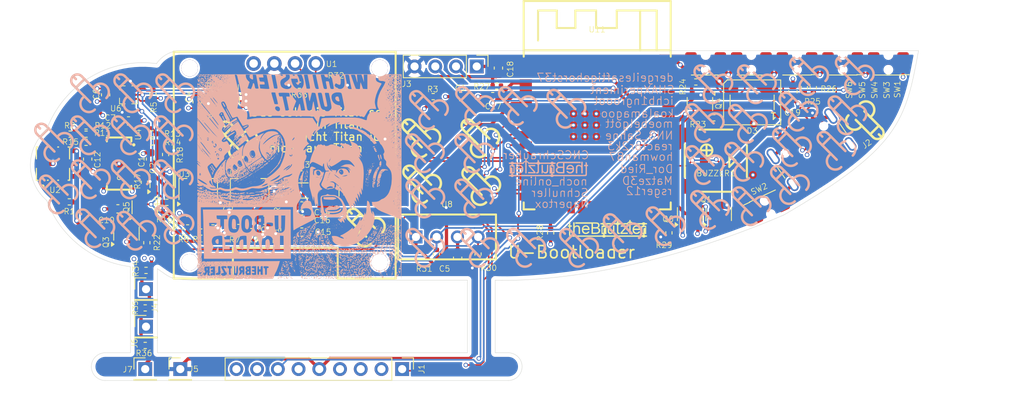
<source format=kicad_pcb>
(kicad_pcb (version 20241229) (generator "pcbnew") (generator_version "9.0")
  (layers (0 "F.Cu" signal) (4 "In1.Cu" signal) (6 "In2.Cu" signal) (2 "B.Cu" signal) (13 "F.Paste" user) (15 "B.Paste" user) (5 "F.SilkS" user "F.Silkscreen") (7 "B.SilkS" user "B.Silkscreen") (1 "F.Mask" user) (3 "B.Mask" user) (25 "Edge.Cuts" user))
  (net 0 "")
  (net 1 "+5V")
  (net 2 "Net-(D3-DIN)")
  (net 3 "unconnected-(D3-DOUT-Pad2)")
  (net 4 "GND")
  (net 5 "Net-(U2-SENSE2)")
  (net 6 "+3.3VA")
  (net 7 "Net-(U2-HOT1)")
  (net 8 "unconnected-(U2-NA-Pad8)")
  (net 9 "unconnected-(U2-NA-Pad4)")
  (net 10 "unconnected-(U2-NA-Pad2)")
  (net 11 "unconnected-(U2-NA-Pad6)")
  (net 14 "/ETH_ANALOG")
  (net 15 "+1V8")
  (net 16 "Net-(U5-ADD0)")
  (net 17 "Net-(U6-SDO)")
  (net 18 "Net-(U5-ALERT)")
  (net 19 "Net-(U7-ADJ)")
  (net 20 "Net-(U3-ADJ)")
  (net 21 "Net-(U4-SPI_ISC_N)")
  (net 22 "Net-(U4-SYNC)")
  (net 23 "Net-(U4-INT)")
  (net 24 "Net-(U4-LPn)")
  (net 25 "Net-(U4-NCS)")
  (net 26 "+3.3V")
  (net 27 "Net-(Q2-S)")
  (net 28 "/SENSOR_I2C_CLK")
  (net 29 "/SENSOR_I2C_SDA")
  (net 30 "Net-(U9-FB)")
  (net 31 "/DISPLAY_I2C_CLK")
  (net 32 "/DISPLAY_I2C_SDA")
  (net 33 "Net-(U9-SW)")
  (net 34 "Net-(U9-BST)")
  (net 35 "/PS2_DATA")
  (net 37 "/PS2_CLK")
  (net 38 "/PS2_CS")
  (net 41 "/PS2_CMD")
  (net 44 "/ETH_HEAT")
  (net 56 "/D-")
  (net 57 "/D+")
  (net 58 "/RGB")
  (net 59 "Net-(J2-CC2)")
  (net 60 "Net-(J2-CC1)")
  (net 61 "/EN")
  (net 62 "Net-(U11-IO46)")
  (net 63 "/BOOT")
  (net 64 "/SW1")
  (net 65 "/SW2")
  (net 66 "/SW3")
  (net 67 "/SW4")
  (net 68 "Net-(J3-Pin_3)")
  (net 69 "Net-(J3-Pin_2)")
  (net 70 "/BEEPER")
  (net 71 "Net-(Q3-D)")
  (net 72 "Net-(Q3-G)")
  (net 73 "Net-(Q5-S)")
  (net 74 "Net-(Q1-G)")
  (net 77 "Net-(J4-Pin_1)")
  (net 78 "Net-(U11-IO5)")
  (net 79 "Net-(J6-Pin_1)")
  (net 80 "Net-(J7-Pin_1)")
  (footprint "Package_TO_SOT_SMD:SOT-23-3" (layer "F.Cu") (at 160.1 92.3 -90)
    (property "Reference" "Q4")
    (property "Value" "Q_NMOS_Depletion_GSD")
  )
  (footprint "Resistor_SMD:R_0402_1005Metric" (layer "F.Cu") (at 115.5 90)
    (property "Reference" "R32")
    (property "Value" "5K1")
  )
  (footprint "Resistor_SMD:R_0402_1005Metric" (layer "F.Cu") (at 92.1 117.3 180)
    (property "Reference" "R35")
    (property "Value" "10K")
  )
  (footprint "Package_TO_SOT_SMD:SOT-89-3" (layer "F.Cu") (at 98.6 102.8 90)
    (property "Reference" "U3")
    (property "Value" "LM317L_SOT-89")
  )
  (footprint "Button_Switch_SMD:SW_SPST_EVQP7C" (layer "F.Cu") (at 166.4 87.2 180)
    (property "Reference" "SW5")
    (property "Value" "SW3")
  )
  (footprint "Package_TO_SOT_SMD:SOT-23-3" (layer "F.Cu") (at 94.25 101.7575 90)
    (property "Reference" "Q2")
    (property "Value" "Q_NMOS_Depletion_GSD")
  )
  (footprint "Capacitor_SMD:C_0603_1608Metric" (layer "F.Cu") (at 111.2 101.01)
    (property "Reference" "C13")
    (property "Value" "100n")
  )
  (footprint "easyeda2kicad:LGA-10_L2.0-W2.0-P0.50-BL" (layer "F.Cu") (at 90.05 91.18)
    (property "Reference" "U6")
    (property "Value" "BMP390_C5124834")
  )
  (footprint "Capacitor_SMD:C_0603_1608Metric" (layer "F.Cu") (at 87.25 91.18 90)
    (property "Reference" "C6")
    (property "Value" "1µ")
  )
  (footprint "Resistor_SMD:R_0402_1005Metric" (layer "F.Cu") (at 98.91 108)
    (property "Reference" "R10")
    (property "Value" "4K4")
  )
  (footprint "Button_Switch_SMD:SW_SPST_EVQP7C" (layer "F.Cu") (at 183.2 87.2 180)
    (property "Reference" "SW1")
    (property "Value" "BOOT")
  )
  (footprint "Resistor_SMD:R_0402_1005Metric" (layer "F.Cu") (at 84.85 97)
    (property "Reference" "R15")
    (property "Value" "10K")
  )
  (footprint "Resistor_SMD:R_0402_1005Metric" (layer "F.Cu") (at 132.9 110.7 -90)
    (property "Reference" "R30")
    (property "Value" "5K1")
  )
  (footprint "Package_TO_SOT_SMD:SOT-23-3" (layer "F.Cu") (at 89.8 108.2 90)
    (property "Reference" "Q3")
    (property "Value" "Q_NMOS_Depletion_GSD")
  )
  (footprint "Capacitor_SMD:C_0603_1608Metric" (layer "F.Cu") (at 130.4 111.2 90)
    (property "Reference" "C5")
    (property "Value" "1µ")
  )
  (footprint "Capacitor_SMD:C_0603_1608Metric" (layer "F.Cu") (at 97.3 106.6 180)
    (property "Reference" "C9")
    (property "Value" "1µ")
  )
  (footprint "Capacitor_SMD:C_0603_1608Metric" (layer "F.Cu") (at 103.5625 106.55 180)
    (property "Reference" "C2")
    (property "Value" "1µ")
  )
  (footprint "Capacitor_SMD:C_0603_1608Metric" (layer "F.Cu") (at 106.7625 106.55)
    (property "Reference" "C3")
    (property "Value" "1µ")
  )
  (footprint "Resistor_SMD:R_0402_1005Metric" (layer "F.Cu") (at 92.2 112.7 180)
    (property "Reference" "R34")
    (property "Value" "10K")
  )
  (footprint "Resistor_SMD:R_0402_1005Metric" (layer "F.Cu") (at 103.0625 107.95)
    (property "Reference" "R7")
    (property "Value" "10K")
  )
  (footprint "Button_Switch_SMD:SW_SPST_EVQP7C" (layer "F.Cu") (at 172 87.2 180)
    (property "Reference" "SW4")
    (property "Value" "SW2")
  )
  (footprint "Resistor_SMD:R_0402_1005Metric" (layer "F.Cu") (at 111 90 180)
    (property "Reference" "R33")
    (property "Value" "5K1")
  )
  (footprint "Capacitor_SMD:C_0603_1608Metric" (layer "F.Cu") (at 98.464165 92.047661 90)
    (property "Reference" "C4")
    (property "Value" "1µ")
  )
  (footprint "Resistor_SMD:R_0402_1005Metric" (layer "F.Cu") (at 105.1725 107.95)
    (property "Reference" "R9")
    (property "Value" "16K4")
  )
  (footprint "Resistor_SMD:R_0402_1005Metric" (layer "F.Cu") (at 84.85 96)
    (property "Reference" "R11")
    (property "Value" "10K")
  )
  (footprint "Button_Switch_SMD:SW_SPST_EVQP7C" (layer "F.Cu") (at 168.419644 104.984323 25)
    (property "Reference" "SW2")
    (property "Value" "RESET")
  )
  (footprint "Resistor_SMD:R_0402_1005Metric" (layer "F.Cu") (at 127.4 91.4)
    (property "Reference" "R3")
    (property "Value" "10K")
  )
  (footprint "Resistor_SMD:R_0402_1005Metric" (layer "F.Cu") (at 92.3 109.31 90)
    (property "Reference" "R22")
    (property "Value" "10K")
  )
  (footprint "Capacitor_SMD:C_0603_1608Metric" (layer "F.Cu") (at 135.4 87.9 90)
    (property "Reference" "C18")
    (property "Value" "10u")
  )
  (footprint "Capacitor_SMD:C_0603_1608Metric" (layer "F.Cu") (at 90.05 94.38 180)
    (property "Reference" "C7")
    (property "Value" "1µ")
  )
  (footprint "easyeda2kicad:BUZ-SMD_4P-L7.5-W7.5-BR" (layer "F.Cu") (at 162.05 99.25 180)
    (property "Reference" "BUZZER1")
    (property "Value" "SMD7525-16Ω")
  )
  (footprint "Connector_PinHeader_2.54mm:PinHeader_1x01_P2.54mm_Vertical" (layer "F.Cu") (at 92.1 124.8)
    (property "Reference" "J7")
    (property "Value" "Conn_01x01_Pin")
  )
  (footprint "Resistor_SMD:R_0402_1005Metric" (layer "F.Cu") (at 82.9 96)
    (property "Reference" "R2")
    (property "Value" "50K")
  )
  (footprint "Package_TO_SOT_SMD:SOT-23-3" (layer "F.Cu") (at 158.9 105.8 90)
    (property "Reference" "Q6")
    (property "Value" "Q_NMOS_Depletion_GSD")
  )
  (footprint "Resistor_SMD:R_0402_1005Metric" (layer "F.Cu") (at 135.2 90.1 180)
    (property "Reference" "R27")
    (property "Value" "10K")
  )
  (footprint "Button_Switch_SMD:SW_SPST_EVQP7C" (layer "F.Cu") (at 177.6 87.2 180)
    (property "Reference" "SW3")
    (property "Value" "SW1")
  )
  (footprint "Resistor_SMD:R_0402_1005Metric" (layer "F.Cu") (at 174 90.3 -90)
    (property "Reference" "R26")
    (property "Value" "5K1")
  )
  (footprint "Capacitor_SMD:C_0603_1608Metric" (layer "F.Cu") (at 171.5 90.8 90)
    (property "Reference" "C19")
    (property "Value" "1µ")
  )
  (footprint "Resistor_SMD:R_0402_1005Metric" (layer "F.Cu") (at 159.6 89.6)
    (property "Reference" "R24")
    (property "Value" "10K")
  )
  (footprint "Capacitor_SMD:C_0603_1608Metric" (layer "F.Cu") (at 92.75 99.0575 90)
    (property "Reference" "C11")
    (property "Value" "1µ")
  )
  (footprint "Resistor_SMD:R_0402_1005Metric" (layer "F.Cu") (at 109.1 107.71 -90)
    (property "Reference" "R21")
    (property "Value" "31K2")
  )
  (footprint "easyeda2kicad:WIRELM-SMD_ESP32-S3-WROOM-1" (layer "F.Cu") (at 147.5 96.07)
    (property "Reference" "U11")
    (property "Value" "ESP32-S2-SOLO-2-N4")
  )
  (footprint "Resistor_SMD:R_0402_1005Metric" (layer "F.Cu") (at 100.264165 92.947661)
    (property "Reference" "R4")
    (property "Value" "10K")
  )
  (footprint "Resistor_SMD:R_0402_1005Metric" (layer "F.Cu") (at 141.8 108.1 -90)
    (property "Reference" "R28")
    (property "Value" "10K")
  )
  (footprint "Package_TO_SOT_SMD:SOT-89-3" (layer "F.Cu") (at 104.9 102.8 90)
    (property "Reference" "U7")
    (property "Value" "LM317L_SOT-89")
  )
  (footprint "Resistor_SMD:R_0402_1005Metric" (layer "F.Cu") (at 92 101.9 90)
    (property "Reference" "R17")
    (property "Value" "10K")
  )
  (footprint "Capacitor_SMD:C_0603_1608Metric" (layer "F.Cu") (at 130.775 91.4 180)
    (property "Reference" "C1")
    (property "Value" "1µ")
  )
  (footprint "Resistor_SMD:R_0402_1005Metric" (layer "F.Cu") (at 172.9 90.3 90)
    (property "Reference" "R25")
    (property "Value" "5K1")
  )
  (footprint "Resistor_SMD:R_0402_1005Metric" (layer "F.Cu") (at 94.76 105.4575)
    (property "Reference" "R16")
    (property "Value" "10K")
  )
  (footprint "Capacitor_SMD:C_0603_1608Metric" (layer "F.Cu") (at 85.05 99.0575 -90)
    (property "Reference" "C12")
    (property "Value" "1µ")
  )
  (footprint "LED_SMD:LED_WS2812B_PLCC4_5.0x5.0mm_P3.2mm" (layer "F.Cu") (at 166.5 92.1 180)
    (property "Reference" "D3")
    (property "Value" "WS2812B")
  )
  (footprint "Connector_PinHeader_2.54mm:PinHeader_1x04_P2.54mm_Vertical" (layer "F.Cu") (at 132.74 87.7 -90)
    (property "Reference" "J3")
    (property "Value" "Conn_01x04_Pin")
  )
  (footprint "Capacitor_SMD:C_0603_1608Metric" (layer "F.Cu") (at 100.4 106.6)
    (property "Reference" "C8")
    (property "Value" "1µ")
  )
  (footprint "Capacitor_SMD:C_0603_1608Metric" (layer "F.Cu") (at 111.3 108.01 180)
    (property "Reference" "C15")
    (property "Value" "10u")
  )
  (footprint "Resistor_SMD:R_0402_1005Metric" (layer "F.Cu") (at 156.3 108.1 90)
    (property "Reference" "R29")
    (property "Value" "10K")
  )
  (footprint "Inductor_SMD:L_1210_3225Metric" (layer "F.Cu") (at 114.5 103.01 -90)
    (property "Reference" "L1")
    (property "Value" "3µ3")
  )
  (footprint "Capacitor_SMD:C_0603_1608Metric" (layer "F.Cu") (at 111.3 104.81 180)
    (property "Reference" "C14")
    (property "Value" "10u")
  )
  (footprint "Connector_PinHeader_2.54mm:PinHeader_1x09_P2.54mm_Vertical" (layer "F.Cu") (at 123.6 124.8 -90)
    (property "Reference" "J1")
    (property "Value" "Conn_01x09_Pin")
  )
  (footprint "Resistor_SMD:R_0402_1005Metric" (layer "F.Cu") (at 84.85 95)
    (property "Reference" "R12")
    (property "Value" "10K")
  )
  (footprint "Package_TO_SOT_SMD:SOT-563" (layer "F.Cu") (at 111.4875 102.91 180)
    (property "Reference" "U9")
    (property "Value" "AP62300Z6")
  )
  (footprint "Resistor_SMD:R_0402_1005Metric" (layer "F.Cu") (at 82.8 104.3 180)
    (property "Reference" "R1")
    (property "Value" "120")
  )
  (footprint "Connector_PinHeader_2.54mm:PinHeader_1x01_P2.54mm_Vertical" (layer "F.Cu") (at 92.2 115)
    (property "Reference" "J4")
    (property "Value" "Conn_01x01_Pin")
  )
  (footprint "Connector_PinHeader_2.54mm:PinHeader_1x01_P2.54mm_Vertical" (layer "F.Cu") (at 96.4 124.8)
    (property "Reference" "J5")
    (property "Value" "Conn_01x01_Pin")
  )
  (footprint "Resistor_SMD:R_0402_1005Metric" (layer "F.Cu") (at 94.6 98.5 -90)
    (property "Reference" "R18")
    (property "Value" "10K")
  )
  (footprint "Resistor_SMD:R_0402_1005Metric" (layer "F.Cu") (at 161.8 94)
    (property "Reference" "R23")
    (property "Value" "10K")
  )
  (footprint "Resistor_SMD:R_0402_1005Metric" (layer "F.Cu") (at 109.1 105.61 -90)
    (property "Reference" "R20")
    (property "Value" "10K")
  )
  (footprint "Resistor_SMD:R_0402_1005Metric" (layer "F.Cu") (at 92.95 95.9575 180)
    (property "Reference" "R13")
    (property "Value" "10K")
  )
  (footprint "Resistor_SMD:R_0402_1005Metric" (layer "F.Cu") (at 94.75 104.3575)
    (property "Reference" "R19")
    (property "Value" "10K")
  )
  (footprint "Package_TO_SOT_SMD:SOT-23-3" (layer "F.Cu") (at 162.4 105.8 90)
    (property "Reference" "Q1")
    (property "Value" "Q_NMOS_Depletion_GSD")
  )
  (footprint "Resistor_SMD:R_0402_1005Metric" (layer "F.Cu") (at 92.1 121.9)
    (property "Reference" "R36")
    (property "Value" "10K")
  )
  (footprint "easyeda2kicad:LGA-16_L6.4-W3.0_VL53L5CXV0GC-1" (layer "F.Cu") (at 88.9 99.6075 90)
    (property "Reference" "U4")
    (property "Value" "VL53L8CXV0GC/1")
  )
  (footprint "Connector_USB:USB_C_Receptacle_GCT_USB4105-xx-A_16P_TopMnt_Horizontal" (layer "F.Cu") (at 174.4 98.8 35)
    (property "Reference" "J2")
    (property "Value" "USB_C_Receptacle_USB2.0_16P")
  )
  (footprint "Resistor_SMD:R_0402_1005Metric" (layer "F.Cu") (at 92.95 96.9575 180)
    (property "Reference" "R14")
    (property "Value" "10K")
  )
  (footprint "Capacitor_SMD:C_0603_1608Metric" (layer "F.Cu") (at 134.7 91.4 180)
    (property "Reference" "C17")
    (property "Value" "1µ")
  )
  (footprint "easyeda2kicad:SIP-4_L12.0-W5.5-P2.54-L" (layer "F.Cu") (at 129.1 108.6)
    (property "Reference" "U8")
    (property "Value" "SYS05")
  )
  (footprint "easyeda2kicad:OLED-TH_L27.8-W27.2-P2.54_C9900033791" (layer "F.Cu") (at 109.2 87.34)
    (property "Reference" "U1")
    (property "Value" "HS96L03W2C03")
  )
  (footprint "Resistor_SMD:R_0402_1005Metric" (layer "F.Cu") (at 96.8 108)
    (property "Reference" "R8")
    (property "Value" "10K")
  )
  (footprint "Capacitor_SMD:C_0603_1608Metric" (layer "F.Cu") (at 88.75 105.1575 180)
    (property "Reference" "C10")
    (property "Value" "1µ")
  )
  (footprint "Connector_PinHeader_2.54mm:PinHeader_1x01_P2.54mm_Vertical" (layer "F.Cu") (at 92.2 119.6)
    (property "Reference" "J6")
    (property "Value" "Conn_01x01_Pin")
  )
  (footprint "theBrutzler:thebrutzler_10mm_mod" (layer "F.Cu") (at 148.8 107.6)
    (property "Reference" "G***" (hide yes))
    (property "Value" "LOGO" (hide yes))
  )
  (footprint "Resistor_SMD:R_0402_1005Metric" (layer "F.Cu") (at 100.264165 91.047661)
    (property "Reference" "R6")
    (property "Value" "10K")
  )
  (footprint "easyeda2kicad:LCC-8_L3.8-W3.8-P1.27-BL" (layer "F.Cu") (at 80.8 99.6075 90)
    (property "Reference" "U2")
    (property "Value" "SYMM-ETOH-4")
  )
  (footprint "Package_TO_SOT_SMD:SOT-23-3" (layer "F.Cu") (at 92.05 104.9575 90)
    (property "Reference" "Q5")
    (property "Value" "Q_NMOS_Depletion_GSD")
  )
  (footprint "easyeda2kicad:SOT-563_L1.6-W1.2-P0.50-LS1.6-BR" (layer "F.Cu") (at 102.864165 91.947661 90)
    (property "Reference" "U5")
    (property "Value" "TMP102AIDRLR")
  )
  (footprint "Resistor_SMD:R_0402_1005Metric" (layer "F.Cu") (at 127.8 110.7 -90)
    (property "Reference" "R31")
    (property "Value" "5K1")
  )
  (footprint "Capacitor_SMD:C_0603_1608Metric" (layer "F.Cu") (at 111.3 106.41 180)
    (property "Reference" "C16")
    (property "Value" "10u")
  )
  (footprint "Button_Switch_SMD:SW_SPST_EVQP7C" (layer "F.Cu") (at 160.8 87.2 180)
    (property "Reference" "SW6")
    (property "Value" "SW4")
  )
  (footprint "Resistor_SMD:R_0402_1005Metric" (layer "F.Cu") (at 93.05 91.08 90)
    (property "Reference" "R5")
    (property "Value" "10K")
  )
  (footprint "LOGO" (layer "B.Cu") (at 111 101.2 180)
    (property "Reference" "G***" (hide yes))
    (property "Value" "LOGO" (hide yes))
  )
  (footprint "theBrutzler:thebrutzler_10mm_mod" (layer "B.Cu") (at 141.498921 100.177942 180)
    (property "Reference" "G***" (hide yes))
    (property "Value" "LOGO" (hide yes))
  )
  (gr_line (start 171.7 95.3) (end 172 95.9) (stroke (width 0.2)) (layer "F.Cu") (net 57))
  (gr_line (start 173.8 94.8) (end 173.2 94) (stroke (width 0.2)) (layer "F.Cu") (net 59))
  (gr_line (start 171.3 96.5) (end 170.7 95.7) (stroke (width 0.2)) (layer "F.Cu") (net 60))
  (gr_line (start 172.3 94.7) (end 172.4 94.7) (stroke (width 0.2)) (layer "F.Cu") (net 57))
  (gr_line (start 172.4 94.7) (end 173 95.5) (stroke (width 0.2)) (layer "F.Cu") (net 57))
  (gr_line (start 171.7 96.2) (end 172.1 96.8) (stroke (width 0.2)) (layer "F.Cu") (net 56))
  (gr_arc (start 133.785786 98.514213) (mid 132.244463 98.41969) (end 132.526587 96.901461) (stroke (width 0.3)) (layer "F.SilkS"))
  (gr_line (start 131.112374 94.426587) (end 131.465927 94.780141) (stroke (width 0.3)) (layer "F.SilkS"))
  (gr_line (start 103.583694 97.858568) (end 101.462374 95.737248) (stroke (width 0.3)) (layer "F.SilkS"))
  (gr_arc (start 126.342731 95.840801) (mid 127.860968 95.558665) (end 127.955484 97.1) (stroke (width 0.3)) (layer "F.SilkS"))
  (gr_line (start 118.476587 105.730141) (end 117.415927 106.790801) (stroke (width 0.3)) (layer "F.SilkS"))
  (gr_arc (start 182.387626 95.312752) (mid 182.387643 96.373429) (end 181.326966 96.373413) (stroke (width 0.3)) (layer "F.SilkS"))
  (gr_arc (start 131.112374 95.487248) (mid 131.112357 94.426571) (end 132.173034 94.426587) (stroke (width 0.3)) (layer "F.SilkS"))
  (gr_line (start 127.144354 102.199369) (end 125.023034 100.078048) (stroke (width 0.3)) (layer "F.SilkS"))
  (gr_arc (start 103.937247 96.090801) (mid 105.455484 95.808665) (end 105.55 97.35) (stroke (width 0.3)) (layer "F.SilkS"))
  (gr_arc (start 119.537247 106.790801) (mid 121.055484 106.508665) (end 121.15 108.05) (stroke (width 0.3)) (layer "F.SilkS"))
  (gr_arc (start 133.687247 101.690801) (mid 135.205484 101.408665) (end 135.3 102.95) (stroke (width 0.3)) (layer "F.SilkS"))
  (gr_line (start 126.083694 103.260029) (end 123.962374 101.138709) (stroke (width 0.3)) (layer "F.SilkS"))
  (gr_line (start 117.062374 105.376587) (end 117.415927 105.730141) (stroke (width 0.3)) (layer "F.SilkS"))
  (gr_line (start 123.867858 94.426587) (end 124.221411 94.780141) (stroke (width 0.3)) (layer "F.SilkS"))
  (gr_line (start 125.376587 100.431602) (end 124.315927 101.492262) (stroke (width 0.3)) (layer "F.SilkS"))
  (gr_arc (start 179.912753 94.959199) (mid 178.394516 95.241335) (end 178.3 93.7) (stroke (width 0.3)) (layer "F.SilkS"))
  (gr_arc (start 131.212374 101.337248) (mid 131.212357 100.276571) (end 132.273034 100.276587) (stroke (width 0.3)) (layer "F.SilkS"))
  (gr_line (start 125.282071 94.780141) (end 124.221411 95.840801) (stroke (width 0.3)) (layer "F.SilkS"))
  (gr_line (start 131.212374 100.276587) (end 131.565927 100.630141) (stroke (width 0.3)) (layer "F.SilkS"))
  (gr_line (start 127.049838 96.547908) (end 124.928518 94.426587) (stroke (width 0.3)) (layer "F.SilkS"))
  (gr_line (start 104.644354 96.797908) (end 102.523034 94.676587) (stroke (width 0.3)) (layer "F.SilkS"))
  (gr_line (start 120.244354 107.497908) (end 118.123034 105.376587) (stroke (width 0.3)) (layer "F.SilkS"))
  (gr_arc (start 119.735786 109.464213) (mid 118.194463 109.36969) (end 118.476587 107.851461) (stroke (width 0.3)) (layer "F.SilkS"))
  (gr_line (start 125.989178 97.608568) (end 123.867858 95.487248) (stroke (width 0.3)) (layer "F.SilkS"))
  (gr_line (start 134.394354 102.397908) (end 132.273034 100.276587) (stroke (width 0.3)) (layer "F.SilkS"))
  (gr_line (start 180.266306 93.191432) (end 182.387626 95.312752) (stroke (width 0.3)) (layer "F.SilkS"))
  (gr_arc (start 126.635786 104.165674) (mid 125.094463 104.071151) (end 125.376587 102.552922) (stroke (width 0.3)) (layer "F.SilkS"))
  (gr_line (start 132.526587 94.780141) (end 131.465927 95.840801) (stroke (width 0.3)) (layer "F.SilkS"))
  (gr_arc (start 133.587247 95.840801) (mid 135.105484 95.558665) (end 135.2 97.1) (stroke (width 0.3)) (layer "F.SilkS"))
  (gr_line (start 132.626587 100.630141) (end 131.565927 101.690801) (stroke (width 0.3)) (layer "F.SilkS"))
  (gr_line (start 123.962374 100.078048) (end 124.315927 100.431602) (stroke (width 0.3)) (layer "F.SilkS"))
  (gr_line (start 101.462374 94.676587) (end 101.815927 95.030141) (stroke (width 0.3)) (layer "F.SilkS"))
  (gr_arc (start 104.135786 98.764213) (mid 102.594463 98.66969) (end 102.876587 97.151461) (stroke (width 0.3)) (layer "F.SilkS"))
  (gr_line (start 179.205646 94.252092) (end 181.326966 96.373413) (stroke (width 0.3)) (layer "F.SilkS"))
  (gr_line (start 182.387626 96.373413) (end 182.034073 96.019859) (stroke (width 0.3)) (layer "F.SilkS"))
  (gr_arc (start 126.437247 101.492262) (mid 127.955484 101.210126) (end 128.05 102.751461) (stroke (width 0.3)) (layer "F.SilkS"))
  (gr_arc (start 123.962374 101.138709) (mid 123.962357 100.078032) (end 125.023034 100.078048) (stroke (width 0.3)) (layer "F.SilkS"))
  (gr_arc (start 126.54127 98.514213) (mid 124.999947 98.41969) (end 125.282071 96.901461) (stroke (width 0.3)) (layer "F.SilkS"))
  (gr_line (start 119.183694 108.558568) (end 117.062374 106.437248) (stroke (width 0.3)) (layer "F.SilkS"))
  (gr_line (start 133.333694 103.458568) (end 131.212374 101.337248) (stroke (width 0.3)) (layer "F.SilkS"))
  (gr_arc (start 133.885786 104.364213) (mid 132.344463 104.26969) (end 132.626587 102.751461) (stroke (width 0.3)) (layer "F.SilkS"))
  (gr_arc (start 101.462374 95.737248) (mid 101.462357 94.676571) (end 102.523034 94.676587) (stroke (width 0.3)) (layer "F.SilkS"))
  (gr_arc (start 179.714214 92.285787) (mid 181.255537 92.38031) (end 180.973413 93.898539) (stroke (width 0.3)) (layer "F.SilkS"))
  (gr_line (start 102.876587 95.030141) (end 101.815927 96.090801) (stroke (width 0.3)) (layer "F.SilkS"))
  (gr_line (start 180.973413 96.019859) (end 182.034073 94.959199) (stroke (width 0.3)) (layer "F.SilkS"))
  (gr_arc (start 117.062374 106.437248) (mid 117.062357 105.376571) (end 118.123034 105.376587) (stroke (width 0.3)) (layer "F.SilkS"))
  (gr_line (start 134.294354 96.547908) (end 132.173034 94.426587) (stroke (width 0.3)) (layer "F.SilkS"))
  (gr_line (start 133.233694 97.608568) (end 131.112374 95.487248) (stroke (width 0.3)) (layer "F.SilkS"))
  (gr_arc (start 123.867858 95.487248) (mid 123.867841 94.426571) (end 124.928518 94.426587) (stroke (width 0.3)) (layer "F.SilkS"))
  (gr_arc (start 171.723429 104.237642) (mid 170.182106 104.143119) (end 170.46423 102.62489) (stroke (width 0.3)) (layer "B.SilkS"))
  (gr_line (start 161.371337 106.381997) (end 159.250017 104.260677) (stroke (width 0.3)) (layer "B.SilkS"))
  (gr_line (start 94.05357 90.31423) (end 95.11423 89.25357) (stroke (width 0.3)) (layer "B.SilkS"))
  (gr_arc (start 178.773429 95.687642) (mid 177.232106 95.593119) (end 177.51423 94.07489) (stroke (width 0.3)) (layer "B.SilkS"))
  (gr_line (start 150.671337 109.231997) (end 148.550017 107.110677) (stroke (width 0.3)) (layer "B.SilkS"))
  (gr_arc (start 130.350034 102.860677) (mid 130.350017 101.8) (end 131.410694 101.800016) (stroke (width 0.3)) (layer "B.SilkS"))
  (gr_arc (start 90.923429 103.537658) (mid 89.382106 103.443135) (end 89.66423 101.924906) (stroke (width 0.3)) (layer "B.SilkS"))
  (gr_arc (start 130.350017 97.310693) (mid 130.35 96.250016) (end 131.410677 96.250032) (stroke (width 0.3)) (layer "B.SilkS"))
  (gr_arc (start 167.47489 89.214246) (mid 168.993127 88.93211) (end 169.087643 90.473445) (stroke (width 0.3)) (layer "B.SilkS"))
  (gr_line (start 165.35357 89.214246) (end 166.41423 88.153586) (stroke (width 0.3)) (layer "B.SilkS"))
  (gr_line (start 177.000017 86.700016) (end 177.35357 87.05357) (stroke (width 0.3)) (layer "B.SilkS"))
  (gr_line (start 173.281997 93.271337) (end 171.160677 91.150016) (stroke (width 0.3)) (layer "B.SilkS"))
  (gr_line (start 126.471337 104.981997) (end 124.350017 102.860677) (stroke (width 0.3)) (layer "B.SilkS"))
  (gr_line (start 83.60357 90.31423) (end 84.66423 89.25357) (stroke (width 0.3)) (layer "B.SilkS"))
  (gr_line (start 124.70357 103.21423) (end 125.76423 102.15357) (stroke (width 0.3)) (layer "B.SilkS"))
  (gr_arc (start 124.350034 108.910677) (mid 124.350017 107.85) (end 125.410694 107.850016) (stroke (width 0.3)) (layer "B.SilkS"))
  (gr_line (start 88.950017 105.750016) (end 89.30357 106.10357) (stroke (width 0.3)) (layer "B.SilkS"))
  (gr_arc (start 91.623429 109.837642) (mid 90.082106 109.743119) (end 90.36423 108.22489) (stroke (width 0.3)) (layer "B.SilkS"))
  (gr_arc (start 132.82489 97.664246) (mid 134.343127 97.38211) (end 134.437643 98.923445) (stroke (width 0.3)) (layer "B.SilkS"))
  (gr_line (start 162.842645 89.921337) (end 160.721325 87.800016) (stroke (width 0.3)) (layer "B.SilkS"))
  (gr_line (start 85.471337 102.632029) (end 83.350017 100.510709) (stroke (width 0.3)) (layer "B.SilkS"))
  (gr_arc (start 143.200017 108.910725) (mid 143.2 107.850048) (end 144.260677 107.850064) (stroke (width 0.3)) (layer "B.SilkS"))
  (gr_line (start 138.821337 111.032029) (end 136.700017 108.910709) (stroke (width 0.3)) (layer "B.SilkS"))
  (gr_line (start 161.781968 94.671337) (end 159.660648 92.550016) (stroke (width 0.3)) (layer "B.SilkS"))
  (gr_line (start 137.05357 109.264262) (end 138.11423 108.203602) (stroke (width 0.3)) (layer "B.SilkS"))
  (gr_arc (start 145.67489 109.264278) (mid 147.193127 108.982142) (end 147.287643 110.523477) (stroke (width 0.3)) (layer "B.SilkS"))
  (gr_line (start 93.95357 106.41423) (end 95.01423 105.35357) (stroke (width 0.3)) (layer "B.SilkS"))
  (gr_line (start 79.400017 101.300016) (end 79.75357 101.65357) (stroke (width 0.3)) (layer "B.SilkS"))
  (gr_line (start 88.250017 99.450032) (end 88.60357 99.803586) (stroke (width 0.3)) (layer "B.SilkS"))
  (gr_line (start 83.250017 88.900016) (end 83.60357 89.25357) (stroke (width 0.3)) (layer "B.SilkS"))
  (gr_arc (start 126.82489 103.21423) (mid 128.343127 102.932094) (end 128.437643 104.473429) (stroke (width 0.3)) (layer "B.SilkS"))
  (gr_arc (start 90.923429 98.137658) (mid 89.382106 98.043135) (end 89.66423 96.524906) (stroke (width 0.3)) (layer "B.SilkS"))
  (gr_line (start 127.981997 93.070442) (end 125.860677 90.949121) (stroke (width 0.3)) (layer "B.SilkS"))
  (gr_line (start 177.35357 88.11423) (end 178.41423 87.05357) (stroke (width 0.3)) (layer "B.SilkS"))
  (gr_line (start 177.931997 98.071337) (end 175.810677 95.950016) (stroke (width 0.3)) (layer "B.SilkS"))
  (gr_arc (start 141.650017 91.864263) (mid 141.65 90.803586) (end 142.710677 90.803602) (stroke (width 0.3)) (layer "B.SilkS"))
  (gr_line (start 79.20357 96.36423) (end 80.26423 95.30357) (stroke (width 0.3)) (layer "B.SilkS"))
  (gr_arc (start 161.72489 104.61423) (mid 163.243127 104.332094) (end 163.337643 105.873429) (stroke (width 0.3)) (layer "B.SilkS"))
  (gr_line (start 154.15357 106.61423) (end 155.21423 105.55357) (stroke (width 0.3)) (layer "B.SilkS"))
  (gr_line (start 172.231997 102.271337) (end 170.110677 100.150016) (stroke (width 0.3)) (layer "B.SilkS"))
  (gr_arc (start 138.17489 91.864246) (mid 139.693127 91.58211) (end 139.787643 93.123445) (stroke (width 0.3)) (layer "B.SilkS"))
  (gr_line (start 88.60357 100.864246) (end 89.66423 99.803586) (stroke (width 0.3)) (layer "B.SilkS"))
  (gr_line (start 83.350017 99.450048) (end 83.70357 99.803602) (stroke (width 0.3)) (layer "B.SilkS"))
  (gr_line (start 176.45357 93.01423) (end 177.51423 91.95357) (stroke (width 0.3)) (layer "B.SilkS"))
  (gr_arc (start 85.923429 92.987642) (mid 84.382106 92.893119) (end 84.66423 91.37489) (stroke (width 0.3)) (layer "B.SilkS"))
  (gr_arc (start 88.950017 106.810677) (mid 88.95 105.75) (end 90.010677 105.750016) (stroke (width 0.3)) (layer "B.SilkS"))
  (gr_line (start 164.70357 104.16423) (end 165.76423 103.10357) (stroke (width 0.3)) (layer "B.SilkS"))
  (gr_arc (start 91.223429 92.987642) (mid 89.682106 92.893119) (end 89.96423 91.37489) (stroke (width 0.3)) (layer "B.SilkS"))
  (gr_line (start 158.95357 99.11423) (end 160.01423 98.05357) (stroke (width 0.3)) (layer "B.SilkS"))
  (gr_line (start 84.25357 106.86423) (end 85.31423 105.80357) (stroke (width 0.3)) (layer "B.SilkS"))
  (gr_line (start 124.350034 107.850016) (end 124.703587 108.20357) (stroke (width 0.3)) (layer "B.SilkS"))
  (gr_line (start 158.599988 92.550016) (end 158.953541 92.90357) (stroke (width 0.3)) (layer "B.SilkS"))
  (gr_line (start 161.781985 90.981997) (end 159.660665 88.860677) (stroke (width 0.3)) (layer "B.SilkS"))
  (gr_line (start 93.700017 88.900016) (end 94.05357 89.25357) (stroke (width 0.3)) (layer "B.SilkS"))
  (gr_arc (start 96.17489 90.31423) (mid 97.693127 90.032094) (end 97.787643 91.573429) (stroke (width 0.3)) (layer "B.SilkS"))
  (gr_arc (start 96.07489 106.41423) (mid 97.593127 106.132094) (end 97.687643 107.673429) (stroke (width 0.3)) (layer "B.SilkS"))
  (gr_line (start 143.200017 107.850064) (end 143.55357 108.203618) (stroke (width 0.3)) (layer "B.SilkS"))
  (gr_arc (start 161.07489 99.11423) (mid 162.593127 98.832094) (end 162.687643 100.373429) (stroke (width 0.3)) (layer "B.SilkS"))
  (gr_line (start 96.781997 107.121337) (end 94.660677 105.000016) (stroke (width 0.3)) (layer "B.SilkS"))
  (gr_arc (start 130.450017 91.510677) (mid 130.45 90.45) (end 131.510677 90.450016) (stroke (width 0.3)) (layer "B.SilkS"))
  (gr_line (start 96.681997 96.171307) (end 94.560677 94.049986) (stroke (width 0.3)) (layer "B.SilkS"))
  (gr_line (start 91.071337 108.931997) (end 88.950017 106.810677) (stroke (width 0.3)) (layer "B.SilkS"))
  (gr_arc (start 96.373429 92.987642) (mid 94.832106 92.893119) (end 95.11423 91.37489) (stroke (width 0.3)) (layer "B.SilkS"))
  (gr_arc (start 88.250017 95.110693) (mid 88.25 94.050016) (end 89.310677 94.050032) (stroke (width 0.3)) (layer "B.SilkS"))
  (gr_arc (start 169.050017 101.210677) (mid 169.05 100.15) (end 170.110677 100.150016) (stroke (width 0.3)) (layer "B.SilkS"))
  (gr_line (start 83.900017 105.450016) (end 84.25357 105.80357) (stroke (width 0.3)) (layer "B.SilkS"))
  (gr_arc (start 171.400017 87.860677) (mid 171.4 86.8) (end 172.460677 86.800016) (stroke (width 0.3)) (layer "B.SilkS"))
  (gr_arc (start 136.700017 108.910709) (mid 136.7 107.850032) (end 137.760677 107.850048) (stroke (width 0.3)) (layer "B.SilkS"))
  (gr_line (start 156.981997 107.321337) (end 154.860677 105.200016) (stroke (width 0.3)) (layer "B.SilkS"))
  (gr_arc (start 127.473429 95.036747) (mid 125.932106 94.942224) (end 126.21423 93.423995) (stroke (width 0.3)) (layer "B.SilkS"))
  (gr_line (start 95.621337 97.231967) (end 93.500017 95.110647) (stroke (width 0.3)) (layer "B.SilkS"))
  (gr_arc (start 133.023429 100.337658) (mid 131.482106 100.243135) (end 131.76423 98.724906) (stroke (width 0.3)) (layer "B.SilkS"))
  (gr_arc (start 166.573429 96.737642) (mid 165.032106 96.643119) (end 165.31423 95.12489) (stroke (width 0.3)) (layer "B.SilkS"))
  (gr_arc (start 91.02489 90.31423) (mid 92.543127 90.032094) (end 92.637643 91.573429) (stroke (width 0.3)) (layer "B.SilkS"))
  (gr_line (start 126.421337 99.431997) (end 124.300017 97.310677) (stroke (width 0.3)) (layer "B.SilkS"))
  (gr_line (start 93.500017 94.049986) (end 93.85357 94.40354) (stroke (width 0.3)) (layer "B.SilkS"))
  (gr_line (start 169.40357 101.56423) (end 170.46423 100.50357) (stroke (width 0.3)) (layer "B.SilkS"))
  (gr_line (start 167.121337 90.982013) (end 165.000017 88.860693) (stroke (width 0.3)) (layer "B.SilkS"))
  (gr_arc (start 171.973429 99.587642) (mid 170.432106 99.493119) (end 170.71423 97.97489) (stroke (width 0.3)) (layer "B.SilkS"))
  (gr_line (start 93.85357 95.4642) (end 94.91423 94.40354) (stroke (width 0.3)) (layer "B.SilkS"))
  (gr_arc (start 153.800017 106.260677) (mid 153.8 105.2) (end 154.860677 105.200016) (stroke (width 0.3)) (layer "B.SilkS"))
  (gr_arc (start 132.824907 103.21423) (mid 134.343144 102.932094) (end 134.43766 104.473429) (stroke (width 0.3)) (layer "B.SilkS"))
  (gr_arc (start 79.400017 102.360677) (mid 79.4 101.3) (end 80.460677 101.300016) (stroke (width 0.3)) (layer "B.SilkS"))
  (gr_arc (start 85.923446 98.137642) (mid 84.382123 98.043119) (end 84.664247 96.52489) (stroke (width 0.3)) (layer "B.SilkS"))
  (gr_line (start 130.350017 96.250032) (end 130.70357 96.603586) (stroke (width 0.3)) (layer "B.SilkS"))
  (gr_arc (start 166.82489 104.16423) (mid 168.343127 103.882094) (end 168.437643 105.423429) (stroke (width 0.3)) (layer "B.SilkS"))
  (gr_arc (start 95.974907 100.86423) (mid 97.493144 100.582094) (end 97.58766 102.123429) (stroke (width 0.3)) (layer "B.SilkS"))
  (gr_arc (start 156.27489 106.61423) (mid 157.793127 106.332094) (end 157.887643 107.873429) (stroke (width 0.3)) (layer "B.SilkS"))
  (gr_line (start 124.800017 90.949121) (end 125.15357 91.302675) (stroke (width 0.3)) (layer "B.SilkS"))
  (gr_arc (start 127.023446 111.937642) (mid 125.482123 111.843119) (end 125.764247 110.32489) (stroke (width 0.3)) (layer "B.SilkS"))
  (gr_arc (start 95.97489 95.4642) (mid 97.493127 95.182064) (end 97.587643 96.723399) (stroke (width 0.3)) (layer "B.SilkS"))
  (gr_line (start 171.171337 103.331997) (end 169.050017 101.210677) (stroke (width 0.3)) (layer "B.SilkS"))
  (gr_line (start 165.000017 87.800032) (end 165.35357 88.153586) (stroke (width 0.3)) (layer "B.SilkS"))
  (gr_line (start 89.30357 107.16423) (end 90.36423 106.10357) (stroke (width 0.3)) (layer "B.SilkS"))
  (gr_line (start 133.532014 103.921337) (end 131.410694 101.800016) (stroke (width 0.3)) (layer "B.SilkS"))
  (gr_arc (start 172.57489 92.56423) (mid 174.093127 92.282094) (end 174.187643 93.823429) (stroke (width 0.3)) (layer "B.SilkS"))
  (gr_line (start 96.682014 101.571337) (end 94.560694 99.450016) (stroke (width 0.3)) (layer "B.SilkS"))
  (gr_line (start 124.65357 97.66423) (end 125.71423 96.60357) (stroke (width 0.3)) (layer "B.SilkS"))
  (gr_line (start 145.321337 111.032045) (end 143.200017 108.910725) (stroke (width 0.3)) (layer "B.SilkS"))
  (gr_line (start 159.60357 104.61423) (end 160.66423 103.55357) (stroke (width 0.3)) (layer "B.SilkS"))
  (gr_line (start 126.471354 111.031997) (end 124.350034 108.910677) (stroke (width 0.3)) (layer "B.SilkS"))
  (gr_line (start 87.081997 107.571337) (end 84.960677 105.450016) (stroke (width 0.3)) (layer "B.SilkS"))
  (gr_arc (start 171.52489 101.56423) (mid 173.043127 101.282094) (end 173.137643 102.823429) (stroke (width 0.3)) (layer "B.SilkS"))
  (gr_line (start 160.014218 89.21423) (end 161.074878 88.15357) (stroke (width 0.3)) (layer "B.SilkS"))
  (gr_arc (start 144.12489 92.217816) (mid 145.643127 91.93568) (end 145.737643 93.477015) (stroke (width 0.3)) (layer "B.SilkS"))
  (gr_arc (start 81.32489 96.36423) (mid 82.843127 96.082094) (end 82.937643 97.623429) (stroke (width 0.3)) (layer "B.SilkS"))
  (gr_arc (start 93.600017 106.060677) (mid 93.6 105) (end 94.660677 105.000016) (stroke (width 0.3)) (layer "B.SilkS"))
  (gr_arc (start 177.000017 87.760677) (mid 177 86.7) (end 178.060677 86.700016) (stroke (width 0.3)) (layer "B.SilkS"))
  (gr_line (start 171.75357 88.21423) (end 172.81423 87.15357) (stroke (width 0.3)) (layer "B.SilkS"))
  (gr_arc (start 162.334077 91.887642) (mid 160.792754 91.793119) (end 161.074878 90.27489) (stroke (width 0.3)) (layer "B.SilkS"))
  (gr_line (start 133.631997 92.571337) (end 131.510677 90.450016) (stroke (width 0.3)) (layer "B.SilkS"))
  (gr_arc (start 83.250017 89.960677) (mid 83.25 88.9) (end 84.310677 88.900016) (stroke (width 0.3)) (layer "B.SilkS"))
  (gr_line (start 86.431997 91.021337) (end 84.310677 88.900016) (stroke (width 0.3)) (layer "B.SilkS"))
  (gr_arc (start 161.2734 96.637642) (mid 159.732077 96.543119) (end 160.014201 95.02489) (stroke (width 0.3)) (layer "B.SilkS"))
  (gr_arc (start 151.02489 107.46423) (mid 152.543127 107.182094) (end 152.637643 108.723429) (stroke (width 0.3)) (layer "B.SilkS"))
  (gr_line (start 172.221337 94.331997) (end 170.100017 92.210677) (stroke (width 0.3)) (layer "B.SilkS"))
  (gr_line (start 148.550017 106.050016) (end 148.90357 106.40357) (stroke (width 0.3)) (layer "B.SilkS"))
  (gr_arc (start 88.550017 89.960677) (mid 88.55 88.9) (end 89.610677 88.900016) (stroke (width 0.3)) (layer "B.SilkS"))
  (gr_arc (start 133.123429 94.537642) (mid 131.582106 94.443119) (end 131.86423 92.92489) (stroke (width 0.3)) (layer "B.SilkS"))
  (gr_line (start 159.250017 103.200016) (end 159.60357 103.55357) (stroke (width 0.3)) (layer "B.SilkS"))
  (gr_arc (start 173.87489 88.21423) (mid 175.393127 87.932094) (end 175.487643 89.473429) (stroke (width 0.3)) (layer "B.SilkS"))
  (gr_arc (start 124.300017 97.310677) (mid 124.3 96.25) (end 125.360677 96.250016) (stroke (width 0.3)) (layer "B.SilkS"))
  (gr_line (start 131.35357 109.264246) (end 132.41423 108.203586) (stroke (width 0.3)) (layer "B.SilkS"))
  (gr_line (start 142.00357 92.217816) (end 143.06423 91.157156) (stroke (width 0.3)) (layer "B.SilkS"))
  (gr_line (start 158.600017 97.700016) (end 158.95357 98.05357) (stroke (width 0.3)) (layer "B.SilkS"))
  (gr_arc (start 93.500034 100.510677) (mid 93.500017 99.45) (end 94.560694 99.450016) (stroke (width 0.3)) (layer "B.SilkS"))
  (gr_line (start 134.181997 109.971353) (end 132.060677 107.850032) (stroke (width 0.3)) (layer "B.SilkS"))
  (gr_line (start 132.471354 104.981997) (end 130.350034 102.860677) (stroke (width 0.3)) (layer "B.SilkS"))
  (gr_arc (start 135.700017 91.510693) (mid 135.7 90.450016) (end 136.760677 90.450032) (stroke (width 0.3)) (layer "B.SilkS"))
  (gr_line (start 78.850017 94.950016) (end 79.20357 95.30357) (stroke (width 0.3)) (layer "B.SilkS"))
  (gr_arc (start 162.135538 89.21423) (mid 163.653775 88.932094) (end 163.748291 90.473429) (stroke (width 0.3)) (layer "B.SilkS"))
  (gr_arc (start 169.300017 96.560677) (mid 169.3 95.5) (end 170.360677 95.500016) (stroke (width 0.3)) (layer "B.SilkS"))
  (gr_line (start 90.371337 97.232013) (end 88.250017 95.110693) (stroke (width 0.3)) (layer "B.SilkS"))
  (gr_arc (start 148.550017 107.110677) (mid 148.55 106.05) (end 149.610677 106.050016) (stroke (width 0.3)) (layer "B.SilkS"))
  (gr_line (start 168.181997 89.921353) (end 166.060677 87.800032) (stroke (width 0.3)) (layer "B.SilkS"))
  (gr_line (start 136.05357 91.864246) (end 137.11423 90.803586) (stroke (width 0.3)) (layer "B.SilkS"))
  (gr_line (start 151.731997 108.171337) (end 149.610677 106.050016) (stroke (width 0.3)) (layer "B.SilkS"))
  (gr_line (start 176.871337 99.131997) (end 174.750017 97.010677) (stroke (width 0.3)) (layer "B.SilkS"))
  (gr_line (start 86.531997 101.571369) (end 84.410677 99.450048) (stroke (width 0.3)) (layer "B.SilkS"))
  (gr_line (start 88.90357 90.31423) (end 89.96423 89.25357) (stroke (width 0.3)) (layer "B.SilkS"))
  (gr_arc (start 93.500017 95.110647) (mid 93.5 94.04997) (end 94.560677 94.049986) (stroke (width 0.3)) (layer "B.SilkS"))
  (gr_line (start 131.000017 107.850032) (end 131.35357 108.203586) (stroke (width 0.3)) (layer "B.SilkS"))
  (gr_line (start 169.65357 96.91423) (end 170.71423 95.85357) (stroke (width 0.3)) (layer "B.SilkS"))
  (gr_arc (start 139.373429 111.937674) (mid 137.832106 111.843151) (end 138.11423 110.324922) (stroke (width 0.3)) (layer "B.SilkS"))
  (gr_line (start 138.881997 92.571353) (end 136.760677 90.450032) (stroke (width 0.3)) (layer "B.SilkS"))
  (gr_arc (start 151.223429 110.137642) (mid 149.682106 110.043119) (end 149.96423 108.52489) (stroke (width 0.3)) (layer "B.SilkS"))
  (gr_line (start 169.300017 95.500016) (end 169.65357 95.85357) (stroke (width 0.3)) (layer "B.SilkS"))
  (gr_line (start 163.450017 97.300016) (end 163.80357 97.65357) (stroke (width 0.3)) (layer "B.SilkS"))
  (gr_line (start 172.481997 97.621337) (end 170.360677 95.500016) (stroke (width 0.3)) (layer "B.SilkS"))
  (gr_line (start 165.571337 100.481997) (end 163.450017 98.360677) (stroke (width 0.3)) (layer "B.SilkS"))
  (gr_arc (start 145.873429 111.93769) (mid 144.332106 111.843167) (end 144.61423 110.324938) (stroke (width 0.3)) (layer "B.SilkS"))
  (gr_arc (start 179.47489 88.11423) (mid 180.993127 87.832094) (end 181.087643 89.373429) (stroke (width 0.3)) (layer "B.SilkS"))
  (gr_line (start 86.432014 96.171337) (end 84.310694 94.050016) (stroke (width 0.3)) (layer "B.SilkS"))
  (gr_line (start 166.631997 99.421337) (end 164.510677 97.300016) (stroke (width 0.3)) (layer "B.SilkS"))
  (gr_arc (start 86.37489 106.86423) (mid 87.893127 106.582094) (end 87.987643 108.123429) (stroke (width 0.3)) (layer "B.SilkS"))
  (gr_line (start 92.131997 107.871337) (end 90.010677 105.750016) (stroke (width 0.3)) (layer "B.SilkS"))
  (gr_line (start 88.550017 88.900016) (end 88.90357 89.25357) (stroke (width 0.3)) (layer "B.SilkS"))
  (gr_line (start 171.400017 86.800016) (end 171.75357 87.15357) (stroke (width 0.3)) (layer "B.SilkS"))
  (gr_arc (start 166.123429 101.387642) (mid 164.582106 101.293119) (end 164.86423 99.77489) (stroke (width 0.3)) (layer "B.SilkS"))
  (gr_arc (start 131.000017 108.910693) (mid 131 107.850016) (end 132.060677 107.850032) (stroke (width 0.3)) (layer "B.SilkS"))
  (gr_line (start 170.45357 92.56423) (end 171.51423 91.50357) (stroke (width 0.3)) (layer "B.SilkS"))
  (gr_line (start 146.381997 109.971385) (end 144.260677 107.850064) (stroke (width 0.3)) (layer "B.SilkS"))
  (gr_line (start 171.421337 98.681997) (end 169.300017 96.560677) (stroke (width 0.3)) (layer "B.SilkS"))
  (gr_line (start 133.121337 111.032013) (end 131.000017 108.910693) (stroke (width 0.3)) (layer "B.SilkS"))
  (gr_arc (start 127.023429 105.887642) (mid 125.482106 105.793119) (end 125.76423 104.27489) (stroke (width 0.3)) (layer "B.SilkS"))
  (gr_line (start 85.371354 97.231997) (end 83.250034 95.110677) (stroke (width 0.3)) (layer "B.SilkS"))
  (gr_arc (start 159.660665 88.860677) (mid 159.660648 87.8) (end 160.721325 87.800016) (stroke (width 0.3)) (layer "B.SilkS"))
  (gr_line (start 132.471337 99.432013) (end 130.350017 97.310693) (stroke (width 0.3)) (layer "B.SilkS"))
  (gr_arc (start 126.77489 97.66423) (mid 128.293127 97.382094) (end 128.387643 98.923429) (stroke (width 0.3)) (layer "B.SilkS"))
  (gr_arc (start 163.900017 93.710677) (mid 163.9 92.65) (end 164.960677 92.650016) (stroke (width 0.3)) (layer "B.SilkS"))
  (gr_arc (start 83.900017 106.510677) (mid 83.9 105.45) (end 84.960677 105.450016) (stroke (width 0.3)) (layer "B.SilkS"))
  (gr_arc (start 126.824907 109.26423) (mid 128.343144 108.982094) (end 128.43766 110.523429) (stroke (width 0.3)) (layer "B.SilkS"))
  (gr_line (start 160.721308 95.731997) (end 158.599988 93.610677) (stroke (width 0.3)) (layer "B.SilkS"))
  (gr_arc (start 144.323429 94.891228) (mid 142.782106 94.796705) (end 143.06423 93.278476) (stroke (width 0.3)) (layer "B.SilkS"))
  (gr_line (start 162.431997 105.321337) (end 160.310677 103.200016) (stroke (width 0.3)) (layer "B.SilkS"))
  (gr_arc (start 86.573429 109.537642) (mid 85.032106 109.443119) (end 85.31423 107.92489) (stroke (width 0.3)) (layer "B.SilkS"))
  (gr_line (start 139.881997 109.971369) (end 137.760677 107.850048) (stroke (width 0.3)) (layer "B.SilkS"))
  (gr_line (start 81.521337 104.481997) (end 79.400017 102.360677) (stroke (width 0.3)) (layer "B.SilkS"))
  (gr_arc (start 138.373429 94.537658) (mid 136.832106 94.443135) (end 137.11423 92.924906) (stroke (width 0.3)) (layer "B.SilkS"))
  (gr_line (start 179.121337 89.881997) (end 177.000017 87.760677) (stroke (width 0.3)) (layer "B.SilkS"))
  (gr_line (start 164.350017 102.750016) (end 164.70357 103.10357) (stroke (width 0.3)) (layer "B.SilkS"))
  (gr_line (start 93.500034 99.450016) (end 93.853587 99.80357) (stroke (width 0.3)) (layer "B.SilkS"))
  (gr_arc (start 161.273429 101.787642) (mid 159.732106 101.693119) (end 160.01423 100.17489) (stroke (width 0.3)) (layer "B.SilkS"))
  (gr_line (start 159.660665 87.800016) (end 160.014218 88.15357) (stroke (width 0.3)) (layer "B.SilkS"))
  (gr_line (start 173.521337 89.981997) (end 171.400017 87.860677) (stroke (width 0.3)) (layer "B.SilkS"))
  (gr_line (start 135.700017 90.450032) (end 136.05357 90.803586) (stroke (width 0.3)) (layer "B.SilkS"))
  (gr_arc (start 165.92489 98.71423) (mid 167.443127 98.432094) (end 167.537643 99.973429) (stroke (width 0.3)) (layer "B.SilkS"))
  (gr_line (start 86.021337 108.631997) (end 83.900017 106.510677) (stroke (width 0.3)) (layer "B.SilkS"))
  (gr_arc (start 127.27489 92.363335) (mid 128.793127 92.081199) (end 128.887643 93.622534) (stroke (width 0.3)) (layer "B.SilkS"))
  (gr_arc (start 163.450017 98.360677) (mid 163.45 97.3) (end 164.510677 97.300016) (stroke (width 0.3)) (layer "B.SilkS"))
  (gr_arc (start 170.100017 92.210677) (mid 170.1 91.15) (end 171.160677 91.150016) (stroke (width 0.3)) (layer "B.SilkS"))
  (gr_arc (start 88.250017 100.510693) (mid 88.25 99.450016) (end 89.310677 99.450032) (stroke (width 0.3)) (layer "B.SilkS"))
  (gr_line (start 127.532014 109.971337) (end 125.410694 107.850016) (stroke (width 0.3)) (layer "B.SilkS"))
  (gr_arc (start 176.100017 92.660677) (mid 176.1 91.6) (end 177.160677 91.600016) (stroke (width 0.3)) (layer "B.SilkS"))
  (gr_line (start 180.181997 88.821337) (end 178.060677 86.700016) (stroke (width 0.3)) (layer "B.SilkS"))
  (gr_line (start 82.031997 97.071337) (end 79.910677 94.950016) (stroke (width 0.3)) (layer "B.SilkS"))
  (gr_arc (start 90.72489 100.864246) (mid 92.243127 100.58211) (end 92.337643 102.123445) (stroke (width 0.3)) (layer "B.SilkS"))
  (gr_arc (start 126.973429 100.337642) (mid 125.432106 100.243119) (end 125.71423 98.72489) (stroke (width 0.3)) (layer "B.SilkS"))
  (gr_arc (start 179.673429 90.787642) (mid 178.132106 90.693119) (end 178.41423 89.17489) (stroke (width 0.3)) (layer "B.SilkS"))
  (gr_line (start 127.481997 98.371337) (end 125.360677 96.250016) (stroke (width 0.3)) (layer "B.SilkS"))
  (gr_arc (start 174.073429 90.887642) (mid 172.532106 90.793119) (end 172.81423 89.27489) (stroke (width 0.3)) (layer "B.SilkS"))
  (gr_arc (start 83.350017 100.510709) (mid 83.35 99.450032) (end 84.410677 99.450048) (stroke (width 0.3)) (layer "B.SilkS"))
  (gr_arc (start 81.523429 99.037642) (mid 79.982106 98.943119) (end 80.26423 97.42489) (stroke (width 0.3)) (layer "B.SilkS"))
  (gr_arc (start 158.600017 98.760677) (mid 158.6 97.7) (end 159.660677 97.700016) (stroke (width 0.3)) (layer "B.SilkS"))
  (gr_line (start 143.771337 93.985583) (end 141.650017 91.864263) (stroke (width 0.3)) (layer "B.SilkS"))
  (gr_line (start 130.350034 101.800016) (end 130.703587 102.15357) (stroke (width 0.3)) (layer "B.SilkS"))
  (gr_line (start 126.921337 94.131102) (end 124.800017 92.009782) (stroke (width 0.3)) (layer "B.SilkS"))
  (gr_line (start 88.60357 95.464246) (end 89.66423 94.403586) (stroke (width 0.3)) (layer "B.SilkS"))
  (gr_line (start 93.600017 105.000016) (end 93.95357 105.35357) (stroke (width 0.3)) (layer "B.SilkS"))
  (gr_line (start 79.75357 102.71423) (end 80.81423 101.65357) (stroke (width 0.3)) (layer "B.SilkS"))
  (gr_line (start 160.721337 100.881997) (end 158.600017 98.760677) (stroke (width 0.3)) (layer "B.SilkS"))
  (gr_arc (start 93.700017 89.960677) (mid 93.7 88.9) (end 94.760677 88.900016) (stroke (width 0.3)) (layer "B.SilkS"))
  (gr_arc (start 171.77489 96.91423) (mid 173.293127 96.632094) (end 173.387643 98.173429) (stroke (width 0.3)) (layer "B.SilkS"))
  (gr_arc (start 158.599988 93.610677) (mid 158.599971 92.55) (end 159.660648 92.550016) (stroke (width 0.3)) (layer "B.SilkS"))
  (gr_arc (start 159.250017 104.260677) (mid 159.25 103.2) (end 160.310677 103.200016) (stroke (width 0.3)) (layer "B.SilkS"))
  (gr_arc (start 174.750017 97.010677) (mid 174.75 95.95) (end 175.810677 95.950016) (stroke (width 0.3)) (layer "B.SilkS"))
  (gr_arc (start 167.023429 106.837642) (mid 165.482106 106.743119) (end 165.76423 105.22489) (stroke (width 0.3)) (layer "B.SilkS"))
  (gr_arc (start 132.92489 91.86423) (mid 134.443127 91.582094) (end 134.537643 93.123429) (stroke (width 0.3)) (layer "B.SilkS"))
  (gr_arc (start 139.17489 109.264262) (mid 140.693127 108.982126) (end 140.787643 110.523461) (stroke (width 0.3)) (layer "B.SilkS"))
  (gr_arc (start 172.773429 95.237642) (mid 171.232106 95.143119) (end 171.51423 93.62489) (stroke (width 0.3)) (layer "B.SilkS"))
  (gr_line (start 136.700017 107.850048) (end 137.05357 108.203602) (stroke (width 0.3)) (layer "B.SilkS"))
  (gr_arc (start 124.800017 92.009782) (mid 124.8 90.949105) (end 125.860677 90.949121) (stroke (width 0.3)) (layer "B.SilkS"))
  (gr_line (start 130.80357 91.86423) (end 131.86423 90.80357) (stroke (width 0.3)) (layer "B.SilkS"))
  (gr_arc (start 133.023446 105.887642) (mid 131.482123 105.793119) (end 131.764247 104.27489) (stroke (width 0.3)) (layer "B.SilkS"))
  (gr_arc (start 85.724907 95.46423) (mid 87.243144 95.182094) (end 87.33766 96.723429) (stroke (width 0.3)) (layer "B.SilkS"))
  (gr_line (start 125.15357 92.363335) (end 126.21423 91.302675) (stroke (width 0.3)) (layer "B.SilkS"))
  (gr_line (start 95.621354 102.631997) (end 93.500034 100.510677) (stroke (width 0.3)) (layer "B.SilkS"))
  (gr_arc (start 86.023429 103.537674) (mid 84.482106 103.443151) (end 84.76423 101.924922) (stroke (width 0.3)) (layer "B.SilkS"))
  (gr_line (start 95.721337 108.181997) (end 93.600017 106.060677) (stroke (width 0.3)) (layer "B.SilkS"))
  (gr_arc (start 161.074861 93.96423) (mid 162.593098 93.682094) (end 162.687614 95.223429) (stroke (width 0.3)) (layer "B.SilkS"))
  (gr_line (start 132.571337 93.631997) (end 130.450017 91.510677) (stroke (width 0.3)) (layer "B.SilkS"))
  (gr_arc (start 96.173446 103.537642) (mid 94.632123 103.443119) (end 94.914247 101.92489) (stroke (width 0.3)) (layer "B.SilkS"))
  (gr_line (start 93.853587 100.86423) (end 94.914247 99.80357) (stroke (width 0.3)) (layer "B.SilkS"))
  (gr_arc (start 177.423429 100.037642) (mid 175.882106 99.943119) (end 176.16423 98.42489) (stroke (width 0.3)) (layer "B.SilkS"))
  (gr_arc (start 178.57489 93.01423) (mid 180.093127 92.732094) (end 180.187643 94.273429) (stroke (width 0.3)) (layer "B.SilkS"))
  (gr_line (start 179.281997 93.721337) (end 177.160677 91.600016) (stroke (width 0.3)) (layer "B.SilkS"))
  (gr_line (start 124.350017 101.800016) (end 124.70357 102.15357) (stroke (width 0.3)) (layer "B.SilkS"))
  (gr_line (start 130.450017 90.450016) (end 130.80357 90.80357) (stroke (width 0.3)) (layer "B.SilkS"))
  (gr_line (start 143.55357 109.264278) (end 144.61423 108.203618) (stroke (width 0.3)) (layer "B.SilkS"))
  (gr_line (start 174.750017 95.950016) (end 175.10357 96.30357) (stroke (width 0.3)) (layer "B.SilkS"))
  (gr_line (start 137.821337 93.632013) (end 135.700017 91.510693) (stroke (width 0.3)) (layer "B.SilkS"))
  (gr_line (start 133.531997 98.371353) (end 131.410677 96.250032) (stroke (width 0.3)) (layer "B.SilkS"))
  (gr_arc (start 166.37489 94.06423) (mid 167.893127 93.782094) (end 167.987643 95.323429) (stroke (width 0.3)) (layer "B.SilkS"))
  (gr_line (start 96.881997 91.021337) (end 94.760677 88.900016) (stroke (width 0.3)) (layer "B.SilkS"))
  (gr_line (start 170.100017 91.150016) (end 170.45357 91.50357) (stroke (width 0.3)) (layer "B.SilkS"))
  (gr_line (start 158.953541 93.96423) (end 160.014201 92.90357) (stroke (width 0.3)) (layer "B.SilkS"))
  (gr_line (start 166.021337 95.831997) (end 163.900017 93.710677) (stroke (width 0.3)) (layer "B.SilkS"))
  (gr_arc (start 83.250034 95.110677) (mid 83.250017 94.05) (end 84.310694 94.050016) (stroke (width 0.3)) (layer "B.SilkS"))
  (gr_line (start 175.10357 97.36423) (end 176.16423 96.30357) (stroke (width 0.3)) (layer "B.SilkS"))
  (gr_line (start 144.831997 92.924923) (end 142.710677 90.803602) (stroke (width 0.3)) (layer "B.SilkS"))
  (gr_arc (start 96.173429 98.137612) (mid 94.632106 98.043089) (end 94.91423 96.52486) (stroke (width 0.3)) (layer "B.SilkS"))
  (gr_line (start 174.581997 88.921337) (end 172.460677 86.800016) (stroke (width 0.3)) (layer "B.SilkS"))
  (gr_arc (start 81.87489 102.71423) (mid 83.393127 102.432094) (end 83.487643 103.973429) (stroke (width 0.3)) (layer "B.SilkS"))
  (gr_arc (start 85.72489 90.31423) (mid 87.243127 90.032094) (end 87.337643 91.573429) (stroke (width 0.3)) (layer "B.SilkS"))
  (gr_line (start 163.900017 92.650016) (end 164.25357 93.00357) (stroke (width 0.3)) (layer "B.SilkS"))
  (gr_arc (start 133.47489 109.264246) (mid 134.993127 108.98211) (end 135.087643 110.523445) (stroke (width 0.3)) (layer "B.SilkS"))
  (gr_arc (start 78.850017 96.010677) (mid 78.85 94.95) (end 79.910677 94.950016) (stroke (width 0.3)) (layer "B.SilkS"))
  (gr_line (start 164.25357 94.06423) (end 165.31423 93.00357) (stroke (width 0.3)) (layer "B.SilkS"))
  (gr_arc (start 90.72489 95.464246) (mid 92.243127 95.18211) (end 92.337643 96.723445) (stroke (width 0.3)) (layer "B.SilkS"))
  (gr_line (start 169.050017 100.150016) (end 169.40357 100.50357) (stroke (width 0.3)) (layer "B.SilkS"))
  (gr_line (start 163.80357 98.71423) (end 164.86423 97.65357) (stroke (width 0.3)) (layer "B.SilkS"))
  (gr_arc (start 164.350017 103.810677) (mid 164.35 102.75) (end 165.410677 102.750016) (stroke (width 0.3)) (layer "B.SilkS"))
  (gr_line (start 85.371337 92.081997) (end 83.250017 89.960677) (stroke (width 0.3)) (layer "B.SilkS"))
  (gr_line (start 90.671337 92.081997) (end 88.550017 89.960677) (stroke (width 0.3)) (layer "B.SilkS"))
  (gr_line (start 166.471337 105.931997) (end 164.350017 103.810677) (stroke (width 0.3)) (layer "B.SilkS"))
  (gr_line (start 155.921337 108.381997) (end 153.800017 106.260677) (stroke (width 0.3)) (layer "B.SilkS"))
  (gr_line (start 153.800017 105.200016) (end 154.15357 105.55357) (stroke (width 0.3)) (layer "B.SilkS"))
  (gr_arc (start 96.273429 109.087642) (mid 94.732106 108.993119) (end 95.01423 107.47489) (stroke (width 0.3)) (layer "B.SilkS"))
  (gr_line (start 91.731997 91.021337) (end 89.610677 88.900016) (stroke (width 0.3)) (layer "B.SilkS"))
  (gr_arc (start 85.82489 100.864262) (mid 87.343127 100.582126) (end 87.437643 102.123461) (stroke (width 0.3)) (layer "B.SilkS"))
  (gr_line (start 124.300017 96.250016) (end 124.65357 96.60357) (stroke (width 0.3)) (layer "B.SilkS"))
  (gr_arc (start 161.923429 107.287642) (mid 160.382106 107.193119) (end 160.66423 105.67489) (stroke (width 0.3)) (layer "B.SilkS"))
  (gr_line (start 148.90357 107.46423) (end 149.96423 106.40357) (stroke (width 0.3)) (layer "B.SilkS"))
  (gr_line (start 88.250017 94.050032) (end 88.60357 94.403586) (stroke (width 0.3)) (layer "B.SilkS"))
  (gr_arc (start 91.42489 107.16423) (mid 92.943127 106.882094) (end 93.037643 108.423429) (stroke (width 0.3)) (layer "B.SilkS"))
  (gr_line (start 91.431997 96.171353) (end 89.310677 94.050032) (stroke (width 0.3)) (layer "B.SilkS"))
  (gr_line (start 91.431997 101.571353) (end 89.310677 99.450032) (stroke (width 0.3)) (layer "B.SilkS"))
  (gr_arc (start 167.673429 91.887658) (mid 166.132106 91.793135) (end 166.41423 90.274906) (stroke (width 0.3)) (layer "B.SilkS"))
  (gr_line (start 95.821337 92.081997) (end 93.700017 89.960677) (stroke (width 0.3)) (layer "B.SilkS"))
  (gr_arc (start 165.000017 88.860693) (mid 165 87.800016) (end 166.060677 87.800032) (stroke (width 0.3)) (layer "B.SilkS"))
  (gr_line (start 83.70357 100.864262) (end 84.76423 99.803602) (stroke (width 0.3)) (layer "B.SilkS"))
  (gr_line (start 176.100017 91.600016) (end 176.45357 91.95357) (stroke (width 0.3)) (layer "B.SilkS"))
  (gr_arc (start 124.350017 102.860677) (mid 124.35 101.8) (end 125.410677 101.800016) (stroke (width 0.3)) (layer "B.SilkS"))
  (gr_line (start 127.531997 103.921337) (end 125.410677 101.800016) (stroke (width 0.3)) (layer "B.SilkS"))
  (gr_line (start 167.081997 94.771337) (end 164.960677 92.650016) (stroke (width 0.3)) (layer "B.SilkS"))
  (gr_line (start 141.650017 90.803602) (end 142.00357 91.157156) (stroke (width 0.3)) (layer "B.SilkS"))
  (gr_arc (start 82.073429 105.387642) (mid 80.532106 105.293119) (end 80.81423 103.77489) (stroke (width 0.3)) (layer "B.SilkS"))
  (gr_line (start 83.603587 95.46423) (end 84.664247 94.40357) (stroke (width 0.3)) (layer "B.SilkS"))
  (gr_arc (start 156.473429 109.287642) (mid 154.932106 109.193119) (end 155.21423 107.67489) (stroke (width 0.3)) (layer "B.SilkS"))
  (gr_line (start 83.250034 94.050016) (end 83.603587 94.40357) (stroke (width 0.3)) (layer "B.SilkS"))
  (gr_line (start 167.531997 104.871337) (end 165.410677 102.750016) (stroke (width 0.3)) (layer "B.SilkS"))
  (gr_line (start 178.221337 94.781997) (end 176.100017 92.660677) (stroke (width 0.3)) (layer "B.SilkS"))
  (gr_line (start 82.581997 103.421337) (end 80.460677 101.300016) (stroke (width 0.3)) (layer "B.SilkS"))
  (gr_line (start 161.781997 99.821337) (end 159.660677 97.700016) (stroke (width 0.3)) (layer "B.SilkS"))
  (gr_line (start 90.371337 102.632013) (end 88.250017 100.510693) (stroke (width 0.3)) (layer "B.SilkS"))
  (gr_line (start 124.703587 109.26423) (end 125.764247 108.20357) (stroke (width 0.3)) (layer "B.SilkS"))
  (gr_line (start 80.971337 98.131997) (end 78.850017 96.010677) (stroke (width 0.3)) (layer "B.SilkS"))
  (gr_line (start 130.703587 103.21423) (end 131.764247 102.15357) (stroke (width 0.3)) (layer "B.SilkS"))
  (gr_arc (start 177.22489 97.36423) (mid 178.743127 97.082094) (end 178.837643 98.623429) (stroke (width 0.3)) (layer "B.SilkS"))
  (gr_arc (start 133.673429 111.937658) (mid 132.132106 111.843135) (end 132.41423 110.324906) (stroke (width 0.3)) (layer "B.SilkS"))
  (gr_line (start 130.70357 97.664246) (end 131.76423 96.603586) (stroke (width 0.3)) (layer "B.SilkS"))
  (gr_line (start 93.6 122.8) (end 93.6 121.3) (stroke (width 0.05)) (layer "Edge.Cuts"))
  (gr_line (start 131.6 113.9) (end 131.6 122.8) (stroke (width 0.05)) (layer "Edge.Cuts"))
  (gr_line (start 135 122.8) (end 136.6 122.8) (stroke (width 0.05)) (layer "Edge.Cuts"))
  (gr_line (start 131.6 122.8) (end 93.6 122.8) (stroke (width 0.05)) (layer "Edge.Cuts"))
  (gr_arc (start 136.6 122.8) (mid 138.3 124.5) (end 136.6 126.2) (stroke (width 0.05)) (layer "Edge.Cuts"))
  (gr_line (start 131.6 113.9) (end 97.9 113.9) (stroke (width 0.05)) (layer "Edge.Cuts"))
  (gr_line (start 135 113.9) (end 135 122.8) (stroke (width 0.05)) (layer "Edge.Cuts"))
  (gr_line (start 96.5 85.759359) (end 186.9 85.759359) (stroke (width 0.05)) (layer "Edge.Cuts"))
  (gr_line (start 136.6 126.2) (end 87.2 126.2) (stroke (width 0.05)) (layer "Edge.Cuts"))
  (gr_arc (start 80 95.5) (mid 85.307809 89.049118) (end 93.48805 87.354902) (stroke (width 0.05)) (layer "Edge.Cuts"))
  (gr_curve (pts (xy 186.9 85.759359) (xy 185.3 94.5) (xy 184.5 97.7) (xy 170.4 105.9)) (stroke (width 0.05)) (layer "Edge.Cuts"))
  (gr_arc (start 87.2 126.2) (mid 85.5 124.5) (end 87.2 122.8) (stroke (width 0.05)) (layer "Edge.Cuts"))
  (gr_arc (start 93.48805 87.354902) (mid 94.79577 86.182879) (end 96.5 85.759359) (stroke (width 0.05)) (layer "Edge.Cuts"))
  (gr_line (start 90.3 122.8) (end 90.282808 112.241028) (stroke (width 0.05)) (layer "Edge.Cuts"))
  (gr_arc (start 80.040056 104.134145) (mid 78.027319 99.826317) (end 80 95.5) (stroke (width 0.05)) (layer "Edge.Cuts"))
  (gr_curve (pts (xy 170.4 105.9) (xy 149.7 114.8) (xy 135 113.9) (xy 135 113.9)) (stroke (width 0.05)) (layer "Edge.Cuts"))
  (gr_curve (pts (xy 93.6 112.5) (xy 95.2 113.6) (xy 95.1 113.8) (xy 97.9 113.9)) (stroke (width 0.05)) (layer "Edge.Cuts"))
  (gr_line (start 93.6 121.3) (end 93.6 112.5) (stroke (width 0.05)) (layer "Edge.Cuts"))
  (gr_arc (start 90.282801 112.241028) (mid 84.02176 109.627515) (end 80.040057 104.134145) (stroke (width 0.05)) (layer "Edge.Cuts"))
  (gr_line (start 87.2 122.8) (end 90.3 122.8) (stroke (width 0.05)) (layer "Edge.Cuts"))
  (gr_text "U-Bootloader" (at 136.45 111.35 0) (layer "F.SilkS") (effects (font (size 1.5 1.5) (thickness 0.2)) (justify left bottom)))
  (gr_text "Das soll die Titan sein" (at 105 93.9 0) (layer "F.SilkS") (effects (font (size 1 1)) (justify left bottom)))
  (gr_text "nicht aus Titan" (at 107.2 98.3 0) (layer "F.SilkS") (effects (font (size 1 1)) (justify left bottom)))
  (gr_text "nicht Titan ic" (at 110.6 96.9 0) (layer "F.SilkS") (effects (font (size 1 1)) (justify left bottom)))
  (gr_text "sixi ist ein Titan" (at 106.1 95.4 0) (layer "F.SilkS") (effects (font (size 1 1)) (justify left bottom)))
  (gr_text "koalamagoo" (at 157 94.05 -0) (layer "B.SilkS") (effects (font (size 1 1) (thickness 0.1)) (justify left bottom mirror)))
  (gr_text "NNB_Sahne" (at 156.9 96.75 -0) (layer "B.SilkS") (effects (font (size 1 1) (thickness 0.1)) (justify left bottom mirror)))
  (gr_text "CNCSchrauber" (at 146.6 99.15 0) (layer "B.SilkS") (effects (font (size 1 1) (thickness 0.1)) (justify left bottom mirror)))
  (gr_text "moebelgott" (at 156.9 95.3 -0) (layer "B.SilkS") (effects (font (size 1 1) (thickness 0.1)) (justify left bottom mirror)))
  (gr_text "noch_online" (at 146.398921 102.377942 -0) (layer "B.SilkS") (effects (font (size 1 1) (thickness 0.1)) (justify left bottom mirror)))
  (gr_text "dergeilesaftigehorst37" (at 156.95 89.65 -0) (layer "B.SilkS") (effects (font (size 1 1) (thickness 0.1)) (justify left bottom mirror)))
  (gr_text "ichb1ngrooot\n" (at 156.964286 92.5 -0) (layer "B.SilkS") (effects (font (size 1 1) (thickness 0.1)) (justify left bottom mirror)))
  (gr_text "SchnuIler" (at 146.498921 103.777942 -0) (layer "B.SilkS") (effects (font (size 1 1) (thickness 0.1)) (justify left bottom mirror)))
  (gr_text "Dor_Ried\n" (at 156.9 100.85 -0) (layer "B.SilkS") (effects (font (size 1 1) (thickness 0.1)) (justify left bottom mirror)))
  (gr_text "Matze3D\n" (at 156.85 102.3 -0) (layer "B.SilkS") (effects (font (size 1 1) (thickness 0.1)) (justify left bottom mirror)))
  (gr_text "SHAXperiment" (at 157.05 91.15 -0) (layer "B.SilkS") (effects (font (size 1 1) (thickness 0.1)) (justify left bottom mirror)))
  (gr_text "Napertox" (at 146.548921 105.127942 -0) (layer "B.SilkS") (effects (font (size 1 1) (thickness 0.1)) (justify left bottom mirror)))
  (gr_text "reactor2k3" (at 156.85 98.05 -0) (layer "B.SilkS") (effects (font (size 1 1) (thickness 0.1)) (justify left bottom mirror)))
  (gr_text "rsger12" (at 156.8 103.55 -0) (layer "B.SilkS") (effects (font (size 1 1) (thickness 0.1)) (justify left bottom mirror)))
  (gr_text "howman87" (at 156.9 99.35 -0) (layer "B.SilkS") (effects (font (size 1 1) (thickness 0.1)) (justify left bottom mirror)))
  (segment (start 162.4 104.6625) (end 160.6 102.8625) (width 1) (layer "F.Cu") (net 1))
  (segment (start 90.019 108.129) (end 89.874 108.274) (width 0.4) (layer "F.Cu") (net 1))
  (segment (start 105.22 109.125) (end 94.826 109.125) (width 0.4) (layer "F.Cu") (net 1))
  (segment (start 168.95 93.75) (end 169.325 93.75) (width 1) (layer "F.Cu") (net 1))
  (segment (start 89.874 108.274) (end 84.382636 108.274) (width 0.4) (layer "F.Cu") (net 1))
  (segment (start 83 106.891364) (end 83 104.61) (width 0.4) (layer "F.Cu") (net 1))
  (segment (start 170.323274 97.162104) (end 169.9 96.73883) (width 0.4) (layer "F.Cu") (net 1))
  (segment (start 160.6 102.8625) (end 160.6 97.8) (width 1) (layer "F.Cu") (net 1))
  (segment (start 107.99 102.91) (end 107.9 103) (width 0.2) (layer "F.Cu") (net 1))
  (segment (start 169.9 96.73883) (end 169.9 95.2) (width 0.4) (layer "F.Cu") (net 1))
  (segment (start 162.4 104.6625) (end 163.3625 104.6625) (width 1) (layer "F.Cu") (net 1))
  (segment (start 162.31 95.09) (end 161.3 96.1) (width 0.4) (layer "F.Cu") (net 1))
  (segment (start 112.075 104.825) (end 111.4 105.5) (width 0.3) (layer "F.Cu") (net 1))
  (segment (start 83 104.61) (end 83.31 104.3) (width 0.4) (layer "F.Cu") (net 1))
  (segment (start 127.48324 111.975) (end 125.29 109.78176) (width 0.4) (layer "F.Cu") (net 1))
  (segment (start 105.6 108.745) (end 105.22 109.125) (width 0.4) (layer "F.Cu") (net 1))
  (segment (start 162.31 94) (end 162.31 95.09) (width 0.4) (layer "F.Cu") (net 1))
  (segment (start 112.2 103.41) (end 112.2 104.685) (width 0.35) (layer "F.Cu") (net 1))
  (segment (start 106.4 104.75) (end 106.4 106.1375) (width 1) (layer "F.Cu") (net 1))
  (segment (start 112.075 104.81) (end 112.075 104.825) (width 0.2) (layer "F.Cu") (net 1))
  (segment (start 173.9 94.053733) (end 173.9 93.4) (width 0.4) (layer "F.Cu") (net 1))
  (segment (start 174.255204 94.408937) (end 173.9 94.053733) (width 0.4) (layer "F.Cu") (net 1))
  (segment (start 112.2 104.685) (end 112.075 104.81) (width 0.2) (layer "F.Cu") (net 1))
  (segment (start 94.826 109.125) (end 93.83 108.129) (width 0.4) (layer "F.Cu") (net 1))
  (segment (start 130.4 111.975) (end 127.48324 111.975) (width 0.4) (layer "F.Cu") (net 1))
  (segment (start 171.5 91.575) (end 171.5 91.7) (width 0.4) (layer "F.Cu") (net 1))
  (segment (start 106.4 104.5) (end 107.9 103) (width 1) (layer "F.Cu") (net 1))
  (segment (start 110.775 102.91) (end 107.99 102.91) (width 0.2) (layer "F.Cu") (net 1))
  (segment (start 171.5 91.7) (end 172.093413 92.293413) (width 0.4) (layer "F.Cu") (net 1))
  (segment (start 161.3 96.1) (end 158.9 96.1) (width 0.4) (layer "F.Cu") (net 1))
  (segment (start 125.29 109.78176) (end 125.29 108.6) (width 0.4) (layer "F.Cu") (net 1))
  (segment (start 163.3625 104.6625) (end 163.4 104.7) (width 1) (layer "F.Cu") (net 1))
  (segment (start 160.6 97.8) (end 158.9 96.1) (width 1) (layer "F.Cu") (net 1))
  (segment (start 84.382636 108.274) (end 83 106.891364) (width 0.4) (layer "F.Cu") (net 1))
  (segment (start 106.4 104.75) (end 106.4 104.5) (width 1) (layer "F.Cu") (net 1))
  (segment (start 106.4 106.1375) (end 105.9875 106.55) (width 1) (layer "F.Cu") (net 1))
  (segment (start 93.83 108.129) (end 90.019 108.129) (width 0.4) (layer "F.Cu") (net 1))
  (segment (start 169.325 93.75) (end 171.5 91.575) (width 1) (layer "F.Cu") (net 1))
  (via (at 169.9 95.2) (size 0.55) (drill 0.35) (layers "F.Cu" "B.Cu") (net 1))
  (via (at 173.9 93.4) (size 0.55) (drill 0.35) (layers "F.Cu" "B.Cu") (net 1))
  (via (at 111.4 105.5) (size 0.55) (drill 0.35) (layers "F.Cu" "B.Cu") (net 1))
  (via (at 163.4 104.7) (size 0.55) (drill 0.35) (layers "F.Cu" "B.Cu") (net 1))
  (via (at 172.093413 92.293413) (size 0.55) (drill 0.35) (layers "F.Cu" "B.Cu") (net 1))
  (via (at 105.6 108.745) (size 0.55) (drill 0.35) (layers "F.Cu" "B.Cu") (net 1))
  (via (at 107.9 103) (size 0.55) (drill 0.35) (layers "F.Cu" "B.Cu") (net 1))
  (segment (start 125.1 102.1) (end 125.1 106.6) (width 1) (layer "B.Cu") (net 1))
  (segment (start 171.7 93.4) (end 169.9 95.2) (width 0.4) (layer "B.Cu") (net 1))
  (segment (start 168.1 95.7) (end 169.4 95.7) (width 1) (layer "B.Cu") (net 1))
  (segment (start 172.093413 92.293413) (end 172.093413 93.393413) (width 0.4) (layer "B.Cu") (net 1))
  (segment (start 125.1 108.41) (end 125.29 108.6) (width 1) (layer "B.Cu") (net 1))
  (segment (start 107.9 103) (end 110.2 103) (width 1) (layer "B.Cu") (net 1))
  (segment (start 112.1 105.5) (end 111.4 105.5) (width 1) (layer "B.Cu") (net 1))
  (segment (start 125.1 106.6) (end 124 105.5) (width 1) (layer "B.Cu") (net 1))
  (segment (start 105.6 105.3) (end 107.9 103) (width 0.4) (layer "B.Cu") (net 1))
  (segment (start 172.1 93.4) (end 171.7 93.4) (width 0.4) (layer "B.Cu") (net 1))
  (segment (start 163.4 100.4) (end 168.1 95.7) (width 1) (layer "B.Cu") (net 1))
  (segment (start 105.6 108.745) (end 105.6 105.3) (width 0.4) (layer "B.Cu") (net 1))
  (segment (start 125.1 106.6) (end 125.1 108.41) (width 1) (layer "B.Cu") (net 1))
  (segment (start 110.2 103) (end 111.4 104.2) (width 1) (layer "B.Cu") (net 1))
  (segment (start 169.1 92.5) (end 157.9 92.5) (width 1) (layer "B.Cu") (net 1))
  (segment (start 149.4 97.9) (end 139.6 97.9) (width 1) (layer "B.Cu") (net 1))
  (segment (start 157.2 93.2) (end 154.1 93.2) (width 1) (layer "B.Cu") (net 1))
  (segment (start 154.1 93.2) (end 149.4 97.9) (width 1) (layer "B.Cu") (net 1))
  (segment (start 157.9 92.5) (end 157.2 93.2) (width 1) (layer "B.Cu") (net 1))
  (segment (start 133.224 93.976) (end 125.1 102.1) (width 1) (layer "B.Cu") (net 1))
  (segment (start 139.6 97.9) (end 135.676 93.976) (width 1) (layer "B.Cu") (net 1))
  (segment (start 169.4 95.7) (end 170.85 94.25) (width 1) (layer "B.Cu") (net 1))
  (segment (start 170.85 94.25) (end 169.1 92.5) (width 1) (layer "B.Cu") (net 1))
  (segment (start 172.093413 93.393413) (end 172.1 93.4) (width 0.4) (layer "B.Cu") (net 1))
  (segment (start 163.4 104.7) (end 163.4 100.4) (width 1) (layer "B.Cu") (net 1))
  (segment (start 170.85 94.25) (end 171.7 93.4) (width 1) (layer "B.Cu") (net 1))
  (segment (start 124 105.5) (end 112.1 105.5) (width 1) (layer "B.Cu") (net 1))
  (segment (start 173.9 93.4) (end 172.1 93.4) (width 0.4) (layer "B.Cu") (net 1))
  (segment (start 171.7 93.4) (end 173.9 93.4) (width 1) (layer "B.Cu") (net 1))
  (segment (start 135.676 93.976) (end 133.224 93.976) (width 1) (layer "B.Cu") (net 1))
  (segment (start 111.4 104.2) (end 111.4 105.5) (width 1) (layer "B.Cu") (net 1))
  (segment (start 162.795024 92.979) (end 161.824976 92.979) (width 1) (layer "F.Cu") (net 2))
  (segment (start 161.824976 92.979) (end 161.703976 93.1) (width 1) (layer "F.Cu") (net 2))
  (segment (start 161.29 94) (end 160.6625 94) (width 1) (layer "F.Cu") (net 2))
  (segment (start 160.6625 94) (end 160.1 93.4375) (width 1) (layer "F.Cu") (net 2))
  (segment (start 161.703976 93.1) (end 160.4375 93.1) (width 1) (layer "F.Cu") (net 2))
  (segment (start 164.05 93.75) (end 163.4 93.1) (width 1) (layer "F.Cu") (net 2))
  (segment (start 163.4 93.1) (end 162.916024 93.1) (width 1) (layer "F.Cu") (net 2))
  (segment (start 162.916024 93.1) (end 162.795024 92.979) (width 1) (layer "F.Cu") (net 2))
  (segment (start 160.4375 93.1) (end 160.1 93.4375) (width 1) (layer "F.Cu") (net 2))
  (segment (start 168.95 90.45) (end 167.85 90.45) (width 1) (layer "F.Cu") (net 3))
  (segment (start 167.85 90.45) (end 166.8 89.4) (width 1) (layer "F.Cu") (net 3))
  (segment (start 91.515719 91.93) (end 92.033487 91.93) (width 0.2) (layer "F.Cu") (net 4))
  (segment (start 89.95 101.1075) (end 90.5075 101.1075) (width 0.4) (layer "F.Cu") (net 4))
  (segment (start 181.4 87.92) (end 181.28 87.92) (width 0.4) (layer "F.Cu") (net 4))
  (segment (start 102.7875 106.55) (end 102.7875 105.9875) (width 0.4) (layer "F.Cu") (net 4))
  (segment (start 87.85 101.8575) (end 87.1425 101.8575) (width 0.4) (layer "F.Cu") (net 4))
  (segment (start 87.975 105.1575) (end 87.1425 105.1575) (width 0.4) (layer "F.Cu") (net 4))
  (segment (start 173.8 87.92) (end 174.02 87.92) (width 0.4) (layer "F.Cu") (net 4))
  (segment (start 83.41 96) (end 83.41 95.21) (width 0.4) (layer "F.Cu") (net 4))
  (segment (start 87.1925 101.1075) (end 87 101.3) (width 0.4) (layer "F.Cu") (net 4))
  (segment (start 99.754165 91.047661) (end 98.689165 91.047661) (width 0.2) (layer "F.Cu") (net 4))
  (segment (start 101.175 107.325) (end 101 107.5) (width 0.4) (layer "F.Cu") (net 4))
  (segment (start 83.41 96) (end 84.34 96) (width 0.4) (layer "F.Cu") (net 4))
  (segment (start 164.05 90.45) (end 163.45 90.45) (width 1) (layer "F.Cu") (net 4))
  (segment (start 90.5565 101.8575) (end 90.599 101.9) (width 0.4) (layer "F.Cu") (net 4))
  (segment (start 111.3 104.035) (end 111.3 104) (width 0.4) (layer "F.Cu") (net 4))
  (segment (start 96.525 105.925) (end 96.3 105.7) (width 0.4) (layer "F.Cu") (net 4))
  (segment (start 97.927339 91.272661) (end 97.5 91.7) (width 0.2) (layer "F.Cu") (net 4))
  (segment (start 112.2 102.41) (end 111.810652 102.41) (width 0.35) (layer "F.Cu") (net 4))
  (segment (start 92.283487 91.68) (end 92.96 91.68) (width 0.2) (layer "F.Cu") (net 4))
  (segment (start 168.42 87.92) (end 169.2 88.7) (width 0.4) (layer "F.Cu") (net 4))
  (segment (start 88.6 90.7) (end 88.305 90.405) (width 0.2) (layer "F.Cu") (net 4))
  (segment (start 89.8 109.2) (end 90.6125 109.2) (width 0.4) (layer "F.Cu") (net 4))
  (segment (start 96.525 106.6) (end 96.525 105.925) (width 0.4) (layer "F.Cu") (net 4))
  (segment (start 102.7875 105.9875) (end 102.4 105.6) (width 0.4) (layer "F.Cu") (net 4))
  (segment (start 164.6 87.92) (end 164.38 87.92) (width 0.4) (layer "F.Cu") (net 4))
  (segment (start 174 89.79) (end 171.735 89.79) (width 0.4) (layer "F.Cu") (net 4))
  (segment (start 107.5375 107.0625) (end 107.1 107.5) (width 1) (layer "F.Cu") (net 4))
  (segment (start 92.75 98.2825) (end 91.975013 98.2825) (width 0.4) (layer "F.Cu") (net 4))
  (segment (start 92.96 91.68) (end 93.05 91.59) (width 0.2) (layer "F.Cu") (net 4))
  (segment (start 175.986391 93.950075) (end 176.157783 93.778683) (width 0.4) (layer "F.Cu") (net 4))
  (segment (start 130.4 110.425) (end 130.4 108.63) (width 0.4) (layer "F.Cu") (net 4))
  (segment (start 174.02 87.92) (end 174.8 88.7) (width 0.4) (layer "F.Cu") (net 4))
  (segment (start 166.484004 103.684004) (end 165.2 102.4) (width 0.4) (layer "F.Cu") (net 4))
  (segment (start 99.754165 92.947661) (end 99.754165 92.345835) (width 0.2) (layer "F.Cu") (net 4))
  (segment (start 90.6125 109.2) (end 90.75 109.3375) (width 0.4) (layer "F.Cu") (net 4))
  (segment (start 109.1 104.6) (end 109.4 104.3) (width 0.4) (layer "F.Cu") (net 4))
  (segment (start 111.4835 103.8165) (end 111.4835 102.638158) (width 0.34) (layer "F.Cu") (net 4))
  (segment (start 175.8 87.92) (end 175.58 87.92) (width 0.4) (layer "F.Cu") (net 4))
  (segment (start 110.525 104.81) (end 111.3 104.035) (width 0.4) (layer "F.Cu") (net 4))
  (segment (start 83.41 95.21) (end 83.4 95.2) (width 0.4) (layer "F.Cu") (net 4))
  (segment (start 111.4835 102.638158) (end 111.757658 102.364) (width 0.34) (layer "F.Cu") (net 4))
  (segment (start 87.25 90.405) (end 86.205 90.405) (width 0.2) (layer "F.Cu") (net 4))
  (segment (start 93.99 91.59) (end 94 91.6) (width 0.2) (layer "F.Cu") (net 4))
  (segment (start 84.34 97) (end 84.34 96) (width 0.4) (layer "F.Cu") (net 4))
  (segment (start 169.98 87.92) (end 169.2 88.7) (width 0.4) (layer "F.Cu") (net 4))
  (segment (start 165.2 102.4) (end 166.6 101) (width 1) (layer "F.Cu") (net 4))
  (segment (start 130 91.4) (end 128.9 91.4) (width 0.4) (layer "F.Cu") (net 4))
  (segment (start 88.62 90.68) (end 88.6 90.7) (width 0.2) (layer "F.Cu") (net 4))
  (segment (start 99.754165 92.345835) (end 99.845835 92.254165) (width 0.2) (layer "F.Cu") (net 4))
  (segment (start 159.85 108.15) (end 159.8 108.2) (width 0.4) (layer "F.Cu") (net 4))
  (segment (start 85.625 98.8575) (end 85.05 98.2825) (width 0.4) (layer "F.Cu") (net 4))
  (segment (start 102.864165 91.197661) (end 102.864165 91.749661) (width 0.2) (layer "F.Cu") (net 4))
  (segment (start 88.305 90.405) (end 87.25 90.405) (width 0.2) (layer "F.Cu") (net 4))
  (segment (start 168.2 87.92) (end 168.42 87.92) (width 0.4) (layer "F.Cu") (net 4))
  (segment (start 171.735 89.79) (end 171.5 90.025) (width 0.4) (layer "F.Cu") (net 4))
  (segment (start 181.28 87.92) (end 180.4 88.8) (width 0.4) (layer "F.Cu") (net 4))
  (segment (start 93.05 91.59) (end 93.99 91.59) (width 0.2) (layer "F.Cu") (net 4))
  (segment (start 110.525 108.01) (end 110.525 104.81) (width 0.4) (layer "F.Cu") (net 4))
  (segment (start 102.5525 107.95) (end 101.95 107.95) (width 0.4) (layer "F.Cu") (net 4))
  (segment (start 90.5075 101.1075) (end 90.599 101.199) (width 0.4) (layer "F.Cu") (net 4))
  (segment (start 111.3 104) (end 111.4835 103.8165) (width 0.34) (layer "F.Cu") (net 4))
  (segment (start 87 101.3) (end 87 102) (width 0.4) (layer "F.Cu") (net 4))
  (segment (start 86.205 90.405) (end 86.2 90.4) (width 0.2) (layer "F.Cu") (net 4))
  (segment (start 110.015 104.3) (end 109.4 104.3) (width 0.4) (layer "F.Cu") (net 4))
  (segment (start 169.746713 103.571069) (end 170.065227 103.571069) (width 0.4) (layer "F.Cu") (net 4))
  (segment (start 157.38 87.18) (end 158.12 87.92) (width 0.4) (layer "F.Cu") (net 4))
  (segment (start 87.85 98.8575) (end 85.625 98.8575) (width 0.4) (layer "F.Cu") (net 4))
  (segment (start 170.065227 103.571069) (end 171.477858 102.158438) (width 0.4) (layer "F.Cu") (net 4))
  (segment (start 96.29 108) (end 95.6 108) (width 0.4) (layer "F.Cu") (net 4))
  (segment (start 107.5375 106.55) (end 107.5375 107.0625) (width 1) (layer "F.Cu") (net 4))
  (segment (start 133.925 91.4) (end 132.9 91.4) (width 0.4) (layer "F.Cu") (net 4))
  (segment (start 130.4 108.63) (end 130.37 108.6) (width 0.4) (layer "F.Cu") (net 4))
  (segment (start 101.95 107.95) (end 101.8 108.1) (width 0.4) (layer "F.Cu") (net 4))
  (segment (start 102.864165 91.749661) (end 103.062165 91.947661) (width 0.2) (layer "F.Cu") (net 4))
  (segment (start 91.975013 98.2825) (end 91.856054 98.401459) (width 0.4) (layer "F.Cu") (net 4))
  (segment (start 162.6 87.92) (end 162.82 87.92) (width 0.4) (layer "F.Cu") (net 4))
  (segment (start 159.85 106.9375) (end 159.85 108.15) (width 0.4) (layer "F.Cu") (net 4))
  (segment (start 89.27 90.68) (end 88.62 90.68) (width 0.2) (layer "F.Cu") (net 4))
  (segment (start 88.68 91.18) (end 88.6 91.1) (width 0.2) (layer "F.Cu") (net 4))
  (segment (start 169.667952 97.620965) (end 169.667952 98.14674) (width 0.4) (layer "F.Cu") (net 4))
  (segment (start 84.34 97.5725) (end 84.34 97) (width 0.4) (layer "F.Cu") (net 4))
  (segment (start 90.599 101.9) (end 90.599 102.901) (width 0.4) (layer "F.Cu") (net 4))
  (segment (start 179.4 87.92) (end 179.52 87.92) (width 0.4) (layer "F.Cu") (net 4))
  (segment (start 134.4 87.7) (end 132.74 87.7) (width 0.4) (layer "F.Cu") (net 4))
  (segment (start 169.667952 98.14674) (end 169.080309 98.734383) (width 0.4) (layer "F.Cu") (net 4))
  (segment (start 158.12 87.92) (end 159 87.92) (width 0.4) (layer "F.Cu") (net 4))
  (segment (start 163.45 90.45) (end 162.5 89.5) (width 1) (layer "F.Cu") (net 4))
  (segment (start 164.38 87.92) (end 163.6 88.7) (width 0.4) (layer "F.Cu") (net 4))
  (segment (start 157.7 87.5) (end 158.12 87.92) (width 0.4) (layer "F.Cu") (net 4))
  (segment (start 90.599 101.3) (end 90.599 101.9) (width 0.4) (layer "F.Cu") (net 4))
  (segment (start 88.6 91.1) (end 88.6 90.7) (width 0.2) (layer "F.Cu") (net 4))
  (segment (start 156.25 87.18) (end 157.38 87.18) (width 0.4) (layer "F.Cu") (net 4))
  (segment (start 171.5 90.025) (end 171.5 89.2) (width 0.4) (layer "F.Cu") (net 4))
  (segment (start 134.92 87.18) (end 134.4 87.7) (width 0.4) (layer "F.Cu") (net 4))
  (segment (start 166.484004 105.092494) (end 166.484004 103.684004) (width 0.4) (layer "F.Cu") (net 4))
  (segment (start 90.599 102.901) (end 90.5 103) (width 0.4) (layer "F.Cu") (net 4))
  (segment (start 87.85 101.1075) (end 87.1925 101.1075) (width 0.4) (layer "F.Cu") (net 4))
  (segment (start 87.1425 105.1575) (end 87.1 105.2) (width 0.4) (layer "F.Cu") (net 4))
  (segment (start 91.92 94.38) (end 91.993413 94.306587) (width 0.4) (layer "F.Cu") (net 4))
  (segment (start 89.27 91.18) (end 88.68 91.18) (width 0.2) (layer "F.Cu") (net 4))
  (segment (start 110.525 104.81) (end 110.015 104.3) (width 0.4) (layer "F.Cu") (net 4))
  (segment (start 179.52 87.92) (end 180.4 88.8) (width 0.4) (layer "F.Cu") (net 4))
  (segment (start 174.910525 93.950075) (end 175.986391 93.950075) (width 0.4) (layer "F.Cu") (net 4))
  (segment (start 92.033487 91.93) (end 92.283487 91.68) (width 0.2) (layer "F.Cu") (net 4))
  (segment (start 162.82 87.92) (end 163.6 88.7) (width 0.4) (layer "F.Cu") (net 4))
  (segment (start 175.58 87.92) (end 174.8 88.7) (width 0.4) (layer "F.Cu") (net 4))
  (segment (start 141.8 108.61) (end 141.8 109.5) (width 0.4) (layer "F.Cu") (net 4))
  (segment (start 87 102) (end 87 103) (width 0.4) (layer "F.Cu") (net 4))
  (segment (start 101.175 106.6) (end 101.175 107.325) (width 0.4) (layer "F.Cu") (net 4))
  (segment (start 165.2 96.1) (end 165.3 96.1) (width 1) (layer "F.Cu") (net 4))
  (segment (start 170.2 87.92) (end 169.98 87.92) (width 0.4) (layer "F.Cu") (net 4))
  (segment (start 98.689165 91.047661) (end 98.464165 91.272661) (width 0.2) (layer "F.Cu") (net 4))
  (segment (start 103.062165 91.947661) (end 104.464165 91.947661) (width 0.2) (layer "F.Cu") (net 4))
  (segment (start 91.265719 91.68) (end 91.515719 91.93) (width 0.2) (layer "F.Cu") (net 4))
  (segment (start 90.599 101.199) (end 90.599 101.3) (width 0.4) (layer "F.Cu") (net 4))
  (segment (start 98.464165 91.272661) (end 97.927339 91.272661) (width 0.2) (layer "F.Cu") (net 4))
  (segment (start 95.6 108) (end 95.51057 108.08943) (width 0.4) (layer "F.Cu") (net 4))
  (segment (start 90.83 91.68) (end 91.265719 91.68) (width 0.2) (layer "F.Cu") (net 4))
  (segment (start 90.825 94.38) (end 91.92 94.38) (width 0.4) (layer "F.Cu") (net 4))
  (segment (start 165.3 96.1) (end 166.7 94.7) (width 1) (layer "F.Cu") (net 4))
  (segment (start 109.1 105.1) (end 109.1 104.6) (width 0.4) (layer "F.Cu") (net 4))
  (segment (start 138.75 87.18) (end 134.92 87.18) (width 0.4) (layer "F.Cu") (net 4))
  (segment (start 87.1425 101.8575) (end 87 102) (width 0.4) (layer "F.Cu") (net 4))
  (segment (start 85.05 98.2825) (end 84.34 97.5725) (width 0.4) (layer "F.Cu") (net 4))
  (segment (start 89.95 101.8575) (end 90.5565 101.8575) (width 0.4) (layer "F.Cu") (net 4))
  (segment (start 185 87.92) (end 185 89) (width 0.4) (layer "F.Cu") (net 4))
  (via (at 141.8 109.5) (size 0.55) (drill 0.35) (layers "F.Cu" "B.Cu") (net 4))
  (via (at 163.6 88.7) (size 0.55) (drill 0.35) (layers "F.Cu" "B.Cu") (net 4))
  (via (at 101 107.5) (size 0.55) (drill 0.35) (layers "F.Cu" "B.Cu") (net 4))
  (via (at 97.5 91.7) (size 0.55) (drill 0.35) (layers "F.Cu" "B.Cu") (net 4))
  (via (at 166.7 94.7) (size 0.55) (drill 0.35) (layers "F.Cu" "B.Cu") (net 4))
  (via (at 174.8 88.7) (size 0.55) (drill 0.35) (layers "F.Cu" "B.Cu") (net 4))
  (via (at 180.4 88.8) (size 0.55) (drill 0.35) (layers "F.Cu" "B.Cu") (net 4))
  (via (at 132.9 91.4) (size 0.55) (drill 0.35) (layers "F.Cu" "B.Cu") (net 4))
  (via (at 146 96.3) (size 0.55) (drill 0.35) (layers "F.Cu" "B.Cu") (net 4))
  (via (at 90.5 103) (size 0.55) (drill 0.35) (layers "F.Cu" "B.Cu") (net 4))
  (via (at 147.4 94.9) (size 0.55) (drill 0.35) (layers "F.Cu" "B.Cu") (net 4))
  (via (at 146 93.5) (size 0.55) (drill 0.35) (layers "F.Cu" "B.Cu") (net 4))
  (via (at 171.5 89.2) (size 0.55) (drill 0.35) (layers "F.Cu" "B.Cu") (net 4))
  (via (at 104.464165 91.947661) (size 0.55) (drill 0.35) (layers "F.Cu" "B.Cu") (net 4))
  (via (at 92 111.2) (size 0.55) (drill 0.35) (layers "F.Cu" "B.Cu") (net 4))
  (via (at 147.4 93.5) (size 0.55) (drill 0.35) (layers "F.Cu" "B.Cu") (net 4))
  (via (at 89.8 109.2) (size 0.55) (drill 0.35) (layers "F.Cu" "B.Cu") (net 4))
  (via (at 169.2 88.7) (size 0.55) (drill 0.35) (layers "F.Cu" "B.Cu") (net 4))
  (via (at 144.6 94.9) (size 0.55) (drill 0.35) (layers "F.Cu" "B.Cu") (net 4))
  (via (at 147.4 96.3) (size 0.55) (drill 0.35) (layers "F.Cu" "B.Cu") (net 4))
  (via (at 87.1 105.2) (size 0.55) (drill 0.35) (layers "F.Cu" "B.Cu") (net 4))
  (via (at 144.6 96.3) (size 0.55) (drill 0.35) (layers "F.Cu" "B.Cu") (net 4))
  (via (at 107.1 107.5) (size 0.55) (drill 0.35) (layers "F.Cu" "B.Cu") (net 4))
  (via (at 83.4 95.2) (size 0.55) (drill 0.35) (layers "F.Cu" "B.Cu") (net 4))
  (via (at 94 91.6) (size 0.55) (drill 0.35) (layers "F.Cu" "B.Cu") (net 4))
  (via (at 95.51057 108.08943) (size 0.55) (drill 0.35) (layers "F.Cu" "B.Cu") (net 4))
  (via (at 102.4 105.6) (size 0.55) (drill 0.35) (layers "F.Cu" "B.Cu") (net 4))
  (via (at 162.5 89.5) (size 0.55) (drill 0.35) (layers "F.Cu" "B.Cu") (net 4))
  (via (at 91.856054 98.401459) (size 0.55) (drill 0.35) (layers "F.Cu" "B.Cu") (net 4))
  (via (at 144.6 93.5) (size 0.55) (drill 0.35) (layers "F.Cu" "B.Cu") (net 4))
  (via (at 99.845835 92.254165) (size 0.55) (drill 0.35) (layers "F.Cu" "B.Cu") (net 4))
  (via (at 166.6 101) (size 0.55) (drill 0.35) (layers "F.Cu" "B.Cu") (net 4))
  (via (at 128.9 91.4) (size 0.55) (drill 0.35) (layers "F.Cu" "B.Cu") (net 4))
  (via (at 185 89) (size 0.55) (drill 0.35) (layers "F.Cu" "B.Cu") (net 4))
  (via (at 91.993413 94.306587) (size 0.55) (drill 0.35) (layers "F.Cu" "B.Cu") (net 4))
  (via (at 159.8 108.2) (size 0.55) (drill 0.35) (layers "F.Cu" "B.Cu") (net 4))
  (via (at 101.8 108.1) (size 0.55) (drill 0.35) (layers "F.Cu" "B.Cu") (net 4))
  (via (at 96.3 105.7) (size 0.55) (drill 0.35) (layers "F.Cu" "B.Cu") (net 4))
  (via (at 86.2 90.4) (size 0.55) (drill 0.35) (layers "F.Cu" "B.Cu") (net 4))
  (via (at 157.7 87.5) (size 0.55) (drill 0.35) (layers "F.Cu" "B.Cu") (net 4))
  (via (at 87 103) (size 0.55) (drill 0.35) (layers "F.Cu" "B.Cu") (net 4))
  (via (at 146 94.9) (size 0.55) (drill 0.35) (layers "F.Cu" "B.Cu") (net 4))
  (via (at 88.9 99.6075) (size 0.55) (drill 0.35) (layers "F.Cu" "B.Cu") (net 4))
  (via (at 109.4 104.3) (size 0.55) (drill 0.35) (layers "F.Cu" "B.Cu") (net 4))
  (segment (start 83.8 93.4) (end 82.39 94.81) (width 0.4) (layer "F.Cu") (net 5))
  (segment (start 79.53 97.308211) (end 80.838211 96) (width 0.6) (layer "F.Cu") (net 5))
  (segment (start 80.838211 96) (end 82.39 96) (width 0.6) (layer "F.Cu") (net 5))
  (segment (start 86.9 93.7) (end 86.6 93.4) (width 0.4) (layer "F.Cu") (net 5))
  (segment (start 126.89 91.4) (end 126.89 92.31) (width 0.4) (layer "F.Cu") (net 5))
  (segment (start 79.53 98.0375) (end 79.53 97.308211) (width 0.6) (layer "F.Cu") (net 5))
  (segment (start 86.6 93.4) (end 83.8 93.4) (width 0.4) (layer "F.Cu") (net 5))
  (segment (start 82.39 94.81) (end 82.39 96) (width 0.4) (layer "F.Cu") (net 5))
  (segment (start 126.89 92.31) (end 126.3 92.9) (width 0.4) (layer "F.Cu") (net 5))
  (via (at 126.3 92.9) (size 0.55) (drill 0.35) (layers "F.Cu" "B.Cu") (net 5))
  (via (at 86.9 93.7) (size 0.55) (drill 0.35) (layers "F.Cu" "B.Cu") (net 5))
  (segment (start 104.9 104.6625) (end 104.9 105.215796) (width 1) (layer "F.Cu") (net 6))
  (segment (start 85.05 99.8325) (end 85.05 99.95) (width 0.4) (layer "F.Cu") (net 6))
  (segment (start 87.85 99.6075) (end 85.275 99.6075) (width 0.4) (layer "F.Cu") (net 6))
  (segment (start 106.15 107.95) (end 106.5 108.3) (width 0.4) (layer "F.Cu") (net 6))
  (segment (start 99.618165 91.668661) (end 98.464165 92.822661) (width 0.2) (layer "F.Cu") (net 6))
  (segment (start 86.245 91.955) (end 86.2 92) (width 0.2) (layer "F.Cu") (net 6))
  (segment (start 83.705 101.1775) (end 85.05 99.8325) (width 0.6) (layer "F.Cu") (net 6))
  (segment (start 105.6825 107.88824) (end 104.34426 106.55) (width 0.4) (layer "F.Cu") (net 6))
  (segment (start 89.27 91.68) (end 87.525 91.68) (width 0.2) (layer "F.Cu") (net 6))
  (segment (start 98.464165 92.822661) (end 97.422661 92.822661) (width 0.2) (layer "F.Cu") (net 6))
  (segment (start 87.25 91.955) (end 86.245 91.955) (width 0.2) (layer "F.Cu") (net 6))
  (segment (start 85.275 99.6075) (end 85.05 99.8325) (width 0.4) (layer "F.Cu") (net 6))
  (segment (start 104.9 105.215796) (end 104.3375 105.778296) (width 1) (layer "F.Cu") (net 6))
  (segment (start 82.07 101.1775) (end 83.705 101.1775) (width 0.6) (layer "F.Cu") (net 6))
  (segment (start 87.525 91.68) (end 87.25 91.955) (width 0.2) (layer "F.Cu") (net 6))
  (segment (start 104.3375 105.778296) (end 104.3375 106.55) (width 1) (layer "F.Cu") (net 6))
  (segment (start 85.05 99.95) (end 85.7 100.6) (width 0.4) (layer "F.Cu") (net 6))
  (segment (start 100.073505 91.668661) (end 99.618165 91.668661) (width 0.2) (layer "F.Cu") (net 6))
  (segment (start 102.64548 92.096661) (end 100.501505 92.096661) (width 0.2) (layer "F.Cu") (net 6))
  (segment (start 105.6825 107.95) (end 106.15 107.95) (width 0.4) (layer "F.Cu") (net 6))
  (segment (start 100.501505 92.096661) (end 100.073505 91.668661) (width 0.2) (layer "F.Cu") (net 6))
  (segment (start 97.422661 92.822661) (end 97.4 92.8) (width 0.2) (layer "F.Cu") (net 6))
  (segment (start 102.864165 92.697661) (end 102.864165 92.315347) (width 0.2) (layer "F.Cu") (net 6))
  (segment (start 105.6825 107.95) (end 105.6825 107.88824) (width 0.4) (layer "F.Cu") (net 6))
  (segment (start 104.34426 106.55) (end 104.3375 106.55) (width 0.4) (layer "F.Cu") (net 6))
  (segment (start 102.864165 92.315347) (end 102.64548 92.096661) (width 0.2) (layer "F.Cu") (net 6))
  (via (at 90.725 111.3) (size 0.55) (drill 0.35) (layers "F.Cu" "B.Cu") (net 6))
  (via (at 85.7 100.6) (size 0.55) (drill 0.35) (layers "F.Cu" "B.Cu") (net 6))
  (via (at 97.4 92.8) (size 0.55) (drill 0.35) (layers "F.Cu" "B.Cu") (net 6))
  (via (at 106.5 108.3) (size 0.55) (drill 0.35) (layers "F.Cu" "B.Cu") (net 6))
  (via (at 86.2 92) (size 0.55) (drill 0.35) (layers "F.Cu" "B.Cu") (net 6))
  (segment (start 79.53 102.290015) (end 81.539985 104.3) (width 0.6) (layer "F.Cu") (net 7))
  (segment (start 79.53 101.1775) (end 79.53 102.290015) (width 0.6) (layer "F.Cu") (net 7))
  (segment (start 81.539985 104.3) (end 82.29 104.3) (width 0.6) (layer "F.Cu") (net 7))
  (segment (start 80.7925 99.6075) (end 80.8 99.6) (width 0.6) (layer "F.Cu") (net 8))
  (segment (start 79.3 99.6075) (end 80.7925 99.6075) (width 0.6) (layer "F.Cu") (net 8))
  (via (at 80.8 99.6) (size 0.55) (drill 0.35) (layers "F.Cu" "B.Cu") (net 8))
  (segment (start 82.3 99.6075) (end 83.5925 99.6075) (width 0.6) (layer "F.Cu") (net 9))
  (segment (start 83.5925 99.6075) (end 84.1 99.1) (width 0.6) (layer "F.Cu") (net 9))
  (segment (start 80.8 101.1775) (end 80.8 102.3) (width 0.6) (layer "F.Cu") (net 10))
  (segment (start 81.5 103) (end 81.9 103.4) (width 0.6) (layer "F.Cu") (net 10))
  (segment (start 81.9 103.4) (end 82.3 103.4) (width 0.6) (layer "F.Cu") (net 10))
  (segment (start 80.8 102.3) (end 81.5 103) (width 0.6) (layer "F.Cu") (net 10))
  (segment (start 80.8 98.0375) (end 80.8 97.2) (width 0.6) (layer "F.Cu") (net 11))
  (segment (start 80.8 97.2) (end 81.2 96.8) (width 0.6) (layer "F.Cu") (net 11))
  (segment (start 137.485 90.99) (end 135.475 93) (width 0.4) (layer "F.Cu") (net 14))
  (segment (start 138.75 90.99) (end 137.485 90.99) (width 0.4) (layer "F.Cu") (net 14))
  (segment (start 135.475 93) (end 133.15 93) (width 0.4) (layer "F.Cu") (net 14))
  (segment (start 130.674 92.276) (end 131.55 91.4) (width 0.4) (layer "F.Cu") (net 14))
  (segment (start 133.15 93) (end 131.55 91.4) (width 0.4) (layer "F.Cu") (net 14))
  (segment (start 127.91 91.4) (end 128.786 92.276) (width 0.4) (layer "F.Cu") (net 14))
  (segment (start 128.786 92.276) (end 130.674 92.276) (width 0.4) (layer "F.Cu") (net 14))
  (segment (start 84.34 95) (end 84.3 95) (width 0.4) (layer "F.Cu") (net 15))
  (segment (start 92.07924 95.2365) (end 92.80076 95.2365) (width 0.4) (layer "F.Cu") (net 15))
  (segment (start 98.6 104.6625) (end 98.424001 104.838499) (width 1) (layer "F.Cu") (net 15))
  (segment (start 96.1 103.9) (end 96.301 103.699) (width 0.4) (layer "F.Cu") (net 15))
  (segment (start 91.1 106.095) (end 92.205 107.2) (width 0.4) (layer "F.Cu") (net 15))
  (segment (start 92.205 107.2) (end 93.643991 107.2) (width 0.4) (layer "F.Cu") (net 15))
  (segment (start 93.46 95.9575) (end 94.8 95.9575) (width 0.4) (layer "F.Cu") (net 15))
  (segment (start 94.821996 106.021996) (end 96.1 104.743992) (width 0.4) (layer "F.Cu") (net 15))
  (segment (start 96.8575 95.9575) (end 98.1 97.2) (width 0.4) (layer "F.Cu") (net 15))
  (segment (start 92.3325 99.8325) (end 92.75 99.8325) (width 0.4) (layer "F.Cu") (net 15))
  (segment (start 92.80076 95.2365) (end 93.46 95.89574) (width 0.4) (layer "F.Cu") (net 15))
  (segment (start 95.27 105.3875) (end 94.24 104.3575) (width 0.2) (layer "F.Cu") (net 15))
  (segment (start 84.34 95) (end 84.34 94.93824) (width 0.4) (layer "F.Cu") (net 15))
  (segment (start 93.46 96.9575) (end 94.7425 96.9575) (width 0.4) (layer "F.Cu") (net 15))
  (segment (start 93.626 98.9565) (end 93.626 97.1235) (width 0.4) (layer "F.Cu") (net 15))
  (segment (start 95.27 105.573991) (end 95.27 105.4575) (width 0.4) (layer "F.Cu") (net 15))
  (segment (start 89.525 105.1575) (end 90.1625 105.1575) (width 0.4) (layer "F.Cu") (net 15))
  (segment (start 94.8 95.9575) (end 96.8575 95.9575) (width 0.4) (layer "F.Cu") (net 15))
  (segment (start 89.95 98.8575) (end 91.3575 98.8575) (width 0.4) (layer "F.Cu") (net 15))
  (segment (start 98.424001 104.838499) (end 98.424001 106.250999) (width 1) (layer "F.Cu") (net 15))
  (segment (start 94.7425 96.9575) (end 94.8 96.9) (width 0.4) (layer "F.Cu") (net 15))
  (segment (start 96.1 104.743992) (end 96.1 103.9) (width 0.4) (layer "F.Cu") (net 15))
  (segment (start 94.24 103.835) (end 93.3 102.895) (width 0.2) (layer "F.Cu") (net 15))
  (segment (start 96.301 103.699) (end 97.6365 103.699) (width 0.4) (layer "F.Cu") (net 15))
  (segment (start 93.46 95.89574) (end 93.46 95.9575) (width 0.4) (layer "F.Cu") (net 15))
  (segment (start 94.8 96.9) (end 94.8 95.9575) (width 0.4) (layer "F.Cu") (net 15))
  (segment (start 90.1625 105.1575) (end 91.1 106.095) (width 0.4) (layer "F.Cu") (net 15))
  (segment (start 95.27 105.4575) (end 95.27 105.3875) (width 0.2) (layer "F.Cu") (net 15))
  (segment (start 92.01674 95.299) (end 92.07924 95.2365) (width 0.4) (layer "F.Cu") (net 15))
  (segment (start 94.821996 106.021996) (end 95.27 105.573991) (width 0.4) (layer "F.Cu") (net 15))
  (segment (start 88.9 104.5325) (end 89.525 105.1575) (width 0.4) (layer "F.Cu") (net 15))
  (segment (start 87.542991 95.299) (end 92.01674 95.299) (width 0.4) (layer "F.Cu") (net 15))
  (segment (start 92.75 99.8325) (end 93.626 98.9565) (width 0.4) (layer "F.Cu") (net 15))
  (segment (start 93.626 97.1235) (end 93.46 96.9575) (width 0.4) (layer "F.Cu") (net 15))
  (segment (start 94.24 104.3575) (end 94.24 103.835) (width 0.2) (layer "F.Cu") (net 15))
  (segment (start 98.1 97.2) (end 98.1 104.1625) (width 0.4) (layer "F.Cu") (net 15))
  (segment (start 98.424001 106.250999) (end 98.075 106.6) (width 1) (layer "F.Cu") (net 15))
  (segment (start 88.9 102.2575) (end 88.9 104.5325) (width 0.4) (layer "F.Cu") (net 15))
  (segment (start 93.643991 107.2) (end 94.821996 106.021996) (width 0.4) (layer "F.Cu") (net 15))
  (segment (start 97.6365 103.699) (end 98.6 104.6625) (width 0.4) (layer "F.Cu") (net 15))
  (segment (start 99.42 108) (end 99.42 107.93824) (width 0.4) (layer "F.Cu") (net 15))
  (segment (start 98.08176 106.6) (end 98.075 106.6) (width 0.4) (layer "F.Cu") (net 15))
  (segment (start 84.99924 94.279) (end 86.522991 94.279) (width 0.4) (layer "F.Cu") (net 15))
  (segment (start 84.34 94.93824) (end 84.99924 94.279) (width 0.4) (layer "F.Cu") (net 15))
  (segment (start 91.3575 98.8575) (end 92.3325 99.8325) (width 0.4) (layer "F.Cu") (net 15))
  (segment (start 86.522991 94.279) (end 87.542991 95.299) (width 0.4) (layer "F.Cu") (net 15))
  (segment (start 98.1 104.1625) (end 98.6 104.6625) (width 0.4) (layer "F.Cu") (net 15))
  (segment (start 99.42 107.93824) (end 98.08176 106.6) (width 0.4) (layer "F.Cu") (net 15))
  (segment (start 102.364165 92.697661) (end 101.024165 92.697661) (width 0.2) (layer "F.Cu") (net 16))
  (segment (start 101.024165 92.697661) (end 100.774165 92.947661) (width 0.2) (layer "F.Cu") (net 16))
  (segment (start 91.22 90.68) (end 91.5 90.4) (width 0.2) (layer "F.Cu") (net 17))
  (segment (start 91.5 90.4) (end 92.02 90.4) (width 0.2) (layer "F.Cu") (net 17))
  (segment (start 92.02 90.4) (end 92.3 90.68) (width 0.2) (layer "F.Cu") (net 17))
  (segment (start 92.94 90.68) (end 93.05 90.57) (width 0.2) (layer "F.Cu") (net 17))
  (segment (start 90.83 90.68) (end 91.22 90.68) (width 0.2) (layer "F.Cu") (net 17))
  (segment (start 92.3 90.68) (end 92.94 90.68) (width 0.2) (layer "F.Cu") (net 17))
  (segment (start 100.873165 90.948661) (end 100.774165 91.047661) (width 0.2) (layer "F.Cu") (net 18))
  (segment (start 102.364165 90.948661) (end 100.873165 90.948661) (width 0.2) (layer "F.Cu") (net 18))
  (segment (start 102.364165 91.197661) (end 102.364165 90.948661) (width 0.2) (layer "F.Cu") (net 18))
  (segment (start 103.5365 104.8865) (end 103.5365 107.914) (width 0.18) (layer "F.Cu") (net 19))
  (segment (start 103.5365 107.914) (end 103.5725 107.95) (width 0.18) (layer "F.Cu") (net 19))
  (segment (start 103.4 104.75) (end 103.5365 104.8865) (width 0.2) (layer "F.Cu") (net 19))
  (segment (start 104.6625 107.95) (end 103.5725 107.95) (width 0.4) (layer "F.Cu") (net 19))
  (segment (start 97.276 107.966) (end 97.31 108) (width 0.18) (layer "F.Cu") (net 20))
  (segment (start 98.4 108) (end 97.31 108) (width 0.4) (layer "F.Cu") (net 20))
  (segment (start 97.276 104.926) (end 97.276 107.966) (width 0.18) (layer "F.Cu") (net 20))
  (segment (start 97.1 104.75) (end 97.276 104.926) (width 0.2) (layer "F.Cu") (net 20))
  (segment (start 87.85 97.3575) (end 86.8575 97.3575) (width 0.4) (layer "F.Cu") (net 21))
  (segment (start 85.5 96) (end 85.36 96) (width 0.4) (layer "F.Cu") (net 21))
  (segment (start 86.8575 97.3575) (end 85.5 96) (width 0.4) (layer "F.Cu") (net 21))
  (segment (start 88.9 96.9575) (end 88.9 96.1) (width 0.4) (layer "F.Cu") (net 22))
  (segment (start 88.7 95.9) (end 86.3 95.9) (width 0.4) (layer "F.Cu") (net 22))
  (segment (start 88.9 96.1) (end 88.7 95.9) (width 0.4) (layer "F.Cu") (net 22))
  (segment (start 85.4 95) (end 85.36 95) (width 0.4) (layer "F.Cu") (net 22))
  (segment (start 85.72076 95.279) (end 85.679 95.279) (width 0.4) (layer "F.Cu") (net 22))
  (segment (start 86.3 95.9) (end 86.031 95.631) (width 0.4) (layer "F.Cu") (net 22))
  (segment (start 86.031 95.58924) (end 85.72076 95.279) (width 0.4) (layer "F.Cu") (net 22))
  (segment (start 86.031 95.631) (end 86.031 95.58924) (width 0.4) (layer "F.Cu") (net 22))
  (segment (start 85.679 95.279) (end 85.4 95) (width 0.4) (layer "F.Cu") (net 22))
  (segment (start 90.8425 97.3575) (end 92.2425 95.9575) (width 0.4) (layer "F.Cu") (net 23))
  (segment (start 92.2425 95.9575) (end 92.44 95.9575) (width 0.4) (layer "F.Cu") (net 23))
  (segment (start 89.95 97.3575) (end 90.8425 97.3575) (width 0.4) (layer "F.Cu") (net 23))
  (segment (start 89.95 98.1075) (end 91.1925 98.1075) (width 0.4) (layer "F.Cu") (net 24))
  (segment (start 91.1925 98.1075) (end 92.3425 96.9575) (width 0.4) (layer "F.Cu") (net 24))
  (segment (start 92.3425 96.9575) (end 92.44 96.9575) (width 0.4) (layer "F.Cu") (net 24))
  (segment (start 86.458972 98.1075) (end 85.36 97.008528) (width 0.4) (layer "F.Cu") (net 25))
  (segment (start 85.36 97.008528) (end 85.36 97) (width 0.4) (layer "F.Cu") (net 25))
  (segment (start 87.85 98.1075) (end 86.458972 98.1075) (width 0.4) (layer "F.Cu") (net 25))
  (segment (start 134.69 90.1) (end 134.69 88.961) (width 0.4) (layer "F.Cu") (net 26))
  (segment (start 134.69 88.961) (end 134.7 88.951) (width 0.4) (layer "F.Cu") (net 26))
  (segment (start 161.05 91.1625) (end 160.2375 91.1625) (width 0.4) (layer "F.Cu") (net 26))
  (segment (start 135.4 88.675) (end 135.124 88.951) (width 0.4) (layer "F.Cu") (net 26))
  (segment (start 116.01 90) (end 116.9 90) (width 0.4) (layer "F.Cu") (net 26))
  (segment (start 100.024 106.201) (end 99.625 106.6) (width 1) (layer "F.Cu") (net 26))
  (segment (start 114.5 104.41) (end 112.5 106.41) (width 1) (layer "F.Cu") (net 26))
  (segment (start 109.1 108.22) (end 108.12 108.22) (width 0.2) (layer "F.Cu") (net 26))
  (segment (start 100.024 104.826) (end 100.024 106.201) (width 1) (layer "F.Cu") (net 26))
  (segment (start 108.12 108.22) (end 108.1 108.2) (width 0.2) (layer "F.Cu") (net 26))
  (segment (start 127.89 111.21) (end 129.031 110.069) (width 0.4) (layer "F.Cu") (net 26))
  (segment (start 132.2 111.91) (end 132.9 111.21) (width 0.2) (layer "F.Cu") (net 26))
  (segment (start 135.124 88.951) (end 134.7 88.951) (width 0.4) (layer "F.Cu") (net 26))
  (segment (start 113.44 124.8) (end 114.739 123.501) (width 0.4) (layer "F.Cu") (net 26))
  (segment (start 92.29 101.39) (end 92.7 101.8) (width 0.4) (layer "F.Cu") (net 26))
  (segment (start 161.05 90.45) (end 161.05 91.1625) (width 0.4) (layer "F.Cu") (net 26))
  (segment (start 112.075 108.01) (end 113.29 108.01) (width 1) (layer "F.Cu") (net 26))
  (segment (start 100.1 104.75) (end 100.95 104.75) (width 1) (layer "F.Cu") (net 26))
  (segment (start 92 101.39) (end 92.29 101.39) (width 0.4) (layer "F.Cu") (net 26))
  (segment (start 132.3 112.5) (end 132.2 112.4) (width 0.4) (layer "F.Cu") (net 26))
  (segment (start 97.351 123.549) (end 112.189 123.549) (width 0.4) (layer "F.Cu") (net 26))
  (segment (start 110.49 90) (end 109.7 90) (width 0.4) (layer "F.Cu") (net 26))
  (segment (start 113.29 108.01) (end 113.3 108) (width 1) (layer "F.Cu") (net 26))
  (segment (start 90.3 90.4) (end 90.3 89.5) (width 0.2) (layer "F.Cu") (net 26))
  (segment (start 114.739 123.501) (end 131.890364 123.501) (width 0.4) (layer "F.Cu") (net 26))
  (segment (start 131.890364 123.501) (end 132.3 123.091364) (width 0.4) (layer "F.Cu") (net 26))
  (segment (start 89.275 94.38) (end 89.275 93.325002) (width 0.2) (layer "F.Cu") (net 26))
  (segment (start 160.11 89.6) (end 160.2 89.6) (width 0.4) (layer "F.Cu") (net 26))
  (segment (start 135.625 88.45) (end 135.4 88.675) (width 0.4) (layer "F.Cu") (net 26))
  (segment (start 89.8 92.8) (end 89.8 91.96) (width 0.2) (layer "F.Cu") (net 26))
  (segment (start 138.75 88.45) (end 135.625 88.45) (width 0.4) (layer "F.Cu") (net 26))
  (segment (start 126.371 88.951) (end 125.12 87.7) (width 0.4) (layer "F.Cu") (net 26))
  (segment (start 156.3 108.61) (end 155.31 108.61) (width 0.4) (layer "F.Cu") (net 26))
  (segment (start 96.4 124.5) (end 97.351 123.549) (width 0.4) (layer "F.Cu") (net 26))
  (segment (start 100.1 104.75) (end 100.024 104.826) (width 1) (layer "F.Cu") (net 26))
  (segment (start 134.7 88.951) (end 126.371 88.951) (width 0.4) (layer "F.Cu") (net 26))
  (segment (start 89.274999 93.325001) (end 89.8 92.8) (width 0.2) (layer "F.Cu") (net 26))
  (segment (start 132.3 123.091364) (end 132.3 112.5) (width 0.4) (layer "F.Cu") (net 26))
  (segment (start 129.031 105.031) (end 129 105) (width 0.4) (layer "F.Cu") (net 26))
  (segment (start 160.2375 91.1625) (end 160.2 91.2) (width 0.4) (layer "F.Cu") (net 26))
  (segment (start 127.8 111.21) (end 127.89 111.21) (width 0.4) (layer "F.Cu") (net 26))
  (segment (start 155.31 108.61) (end 155.3 108.6) (width 0.4) (layer "F.Cu") (net 26))
  (segment (start 132.2 112.4) (end 132.2 111.91) (width 0.2) (layer "F.Cu") (net 26))
  (segment (start 160.2 89.6) (end 161.05 90.45) (width 0.4) (layer "F.Cu") (net 26))
  (segment (start 129.031 110.069) (end 129.031 105.031) (width 0.4) (layer "F.Cu") (net 26))
  (segment (start 96.4 124.8) (end 96.4 124.5) (width 0.4) (layer "F.Cu") (net 26))
  (segment (start 112.075 108.01) (end 112.075 106.41) (width 1) (layer "F.Cu") (net 26))
  (segment (start 112.5 106.41) (end 112.075 106.41) (width 1) (layer "F.Cu") (net 26))
  (segment (start 94.6 97.99) (end 95.59 97.99) (width 0.2) (layer "F.Cu") (net 26))
  (segment (start 95.59 97.99) (end 95.6 98) (width 0.2) (layer "F.Cu") (net 26))
  (segment (start 100.95 104.75) (end 101.3 104.4) (width 1) (layer "F.Cu") (net 26))
  (segment (start 112.189 123.549) (end 113.44 124.8) (width 0.4) (layer "F.Cu") (net 26))
  (segment (start 89.275 93.325002) (end 89.274999 93.325001) (width 0.2) (layer "F.Cu") (net 26))
  (via (at 160.2 91.2) (size 0.55) (drill 0.35) (layers "F.Cu" "B.Cu") (net 26))
  (via (at 116.9 90) (size 0.55) (drill 0.35) (layers "F.Cu" "B.Cu") (net 26))
  (via (at 108.1 108.2) (size 0.55) (drill 0.35) (layers "F.Cu" "B.Cu") (net 26))
  (via (at 109.7 90) (size 0.55) (drill 0.35) (layers "F.Cu" "B.Cu") (net 26))
  (via (at 129 105) (size 0.55) (drill 0.35) (layers "F.Cu" "B.Cu") (net 26))
  (via (at 95.6 98) (size 0.55) (drill 0.35) (layers "F.Cu" "B.Cu") (net 26))
  (via (at 101.3 104.4) (size 0.55) (drill 0.35) (layers "F.Cu" "B.Cu") (net 26))
  (via (at 90.3 89.5) (size 0.55) (drill 0.35) (layers "F.Cu" "B.Cu") (net 26))
  (via (at 89.274999 93.325001) (size 0.55) (drill 0.35) (layers "F.Cu" "B.Cu") (net 26))
  (via (at 113.3 108) (size 0.55) (drill 0.35) (layers "F.Cu" "B.Cu") (net 26))
  (via (at 132.2 112.4) (size 0.55) (drill 0.35) (layers "F.Cu" "B.Cu") (net 26))
  (via (at 92.7 101.8) (size 0.55) (drill 0.35) (layers "F.Cu" "B.Cu") (net 26))
  (via (at 155.3 108.6) (size 0.55) (drill 0.35) (layers "F.Cu" "B.Cu") (net 26))
  (segment (start 108.1 108.2) (end 113.1 108.2) (width 0.2) (layer "B.Cu") (net 26))
  (segment (start 113.1 108.2) (end 113.3 108) (width 0.2) (layer "B.Cu") (net 26))
  (segment (start 90.3 92.3) (end 89.274999 93.325001) (width 0.2) (layer "B.Cu") (net 26))
  (segment (start 90.3 89.5) (end 90.3 92.3) (width 0.2) (layer "B.Cu") (net 26))
  (segment (start 91.2075 99.6075) (end 91.8 100.2) (width 0.4) (layer "F.Cu") (net 27))
  (segment (start 94.442056 102.257944) (end 94.562944 102.257944) (width 0.4) (layer "F.Cu") (net 27))
  (segment (start 95.26 104.3575) (end 95.26 102.955) (width 0.2) (layer "F.Cu") (net 27))
  (segment (start 89.95 99.6075) (end 91.2075 99.6075) (width 0.4) (layer "F.Cu") (net 27))
  (segment (start 91.8 100.249032) (end 92.269968 100.719) (width 0.4) (layer "F.Cu") (net 27))
  (segment (start 95.26 102.955) (end 95.2 102.895) (width 0.2) (layer "F.Cu") (net 27))
  (segment (start 92.903112 100.719) (end 94.442056 102.257944) (width 0.4) (layer "F.Cu") (net 27))
  (segment (start 91.8 100.2) (end 91.8 100.249032) (width 0.4) (layer "F.Cu") (net 27))
  (segment (start 94.562944 102.257944) (end 95.2 102.895) (width 0.4) (layer "F.Cu") (net 27))
  (segment (start 92.269968 100.719) (end 92.903112 100.719) (width 0.4) (layer "F.Cu") (net 27))
  (segment (start 132.9 108.61) (end 132.91 108.6) (width 0.2) (layer "F.Cu") (net 28))
  (segment (start 90.3 92.9) (end 90.5 93.1) (width 0.2) (layer "F.Cu") (net 28))
  (segment (start 90.3 91.96) (end 90.3 92.9) (width 0.2) (layer "F.Cu") (net 28))
  (segment (start 103.364165 91.197661) (end 104.414165 91.197661) (width 0.2) (layer "F.Cu") (net 28))
  (segment (start 104.414165 91.197661) (end 104.464165 91.147661) (width 0.2) (layer "F.Cu") (net 28))
  (segment (start 132.9 110.19) (end 132.9 108.61) (width 0.2) (layer "F.Cu") (net 28))
  (segment (start 154.5 96.1) (end 156.22 96.1) (width 0.2) (layer "F.Cu") (net 28))
  (segment (start 90.5 93.1) (end 91.6 93.1) (width 0.2) (layer "F.Cu") (net 28))
  (segment (start 92.4 104.6) (end 92.825 104.6) (width 0.2) (layer "F.Cu") (net 28))
  (segment (start 92.05 104.25) (end 92.4 104.6) (width 0.2) (layer "F.Cu") (net 28))
  (segment (start 156.22 96.1) (end 156.25 96.07) (width 0.2) (layer "F.Cu") (net 28))
  (segment (start 91.6 93.1) (end 91.7 93.2) (width 0.2) (layer "F.Cu") (net 28))
  (segment (start 92 103.77) (end 92.05 103.82) (width 0.2) (layer "F.Cu") (net 28))
  (segment (start 92 102.41) (end 92 103.77) (width 0.2) (layer "F.Cu") (net 28))
  (segment (start 92.05 103.82) (end 92.05 104.25) (width 0.2) (layer "F.Cu") (net 28))
  (via (at 91.7 93.2) (size 0.55) (drill 0.35) (layers "F.Cu" "B.Cu") (net 28))
  (via (at 154.5 96.1) (size 0.55) (drill 0.35) (layers "F.Cu" "B.Cu") (net 28))
  (via (at 104.464165 91.147661) (size 0.55) (drill 0.35) (layers "F.Cu" "B.Cu") (net 28))
  (via (at 92.825 104.6) (size 0.55) (drill 0.35) (layers "F.Cu" "B.Cu") (net 28))
  (segment (start 95.467157 107.232843) (end 98.534314 110.3) (width 0.2) (layer "B.Cu") (net 28))
  (segment (start 133.81 107.7) (end 142.9 107.7) (width 0.2) (layer "B.Cu") (net 28))
  (segment (start 142.9 107.7) (end 154.5 96.1) (width 0.2) (layer "B.Cu") (net 28))
  (segment (start 123.6 111.5) (end 127.2 111.5) (width 0.2) (layer "B.Cu") (net 28))
  (segment (start 132.91 108.6) (end 133.81 107.7) (width 0.2) (layer "B.Cu") (net 28))
  (segment (start 93 104.765686) (end 95.467157 107.232843) (width 0.2) (layer "B.Cu") (net 28))
  (segment (start 91.198603 92.698603) (end 91.7 93.2) (width 0.2) (layer "B.Cu") (net 28))
  (segment (start 93 100.101) (end 93.799 100.9) (width 0.2) (layer "B.Cu") (net 28))
  (segment (start 122.4 110.3) (end 123.6 111.5) (width 0.2) (layer "B.Cu") (net 28))
  (segment (start 93 99.3) (end 93 100.101) (width 0.2) (layer "B.Cu") (net 28))
  (segment (start 98.534314 110.3) (end 122.4 110.3) (width 0.2) (layer "B.Cu") (net 28))
  (segment (start 91.7 93.2) (end 93 94.5) (width 0.2) (layer "B.Cu") (net 28))
  (segment (start 131.81 109.7) (end 132.91 108.6) (width 0.2) (layer "B.Cu") (net 28))
  (segment (start 102.7901 90.623) (end 102.623 90.623) (width 0.2) (layer "B.Cu") (net 28))
  (segment (start 91.198603 90.956079) (end 91.198603 92.698603) (width 0.2) (layer "B.Cu") (net 28))
  (segment (start 127.2 111.5) (end 129 109.7) (width 0.2) (layer "B.Cu") (net 28))
  (segment (start 102.618667 90.618667) (end 91.536015 90.618667) (width 0.2) (layer "B.Cu") (net 28))
  (segment (start 91.536015 90.618667) (end 91.198603 90.956079) (width 0.2) (layer "B.Cu") (net 28))
  (segment (start 93.799 100.9) (end 93.799 103.626) (width 0.2) (layer "B.Cu") (net 28))
  (segment (start 103.314761 91.147661) (end 102.7901 90.623) (width 0.2) (layer "B.Cu") (net 28))
  (segment (start 104.464165 91.147661) (end 103.314761 91.147661) (width 0.2) (layer "B.Cu") (net 28))
  (segment (start 102.623 90.623) (end 102.618667 90.618667) (width 0.2) (layer "B.Cu") (net 28))
  (segment (start 93 94.5) (end 93 99.3) (width 0.2) (layer "B.Cu") (net 28))
  (segment (start 93.799 103.626) (end 92.825 104.6) (width 0.2) (layer "B.Cu") (net 28))
  (segment (start 129 109.7) (end 131.81 109.7) (width 0.2) (layer "B.Cu") (net 28))
  (segment (start 104.414165 92.697661) (end 104.464165 92.747661) (width 0.2) (layer "F.Cu") (net 29))
  (segment (start 94.27 100.6) (end 94.25 100.62) (width 0.2) (layer "F.Cu") (net 29))
  (segment (start 152.6 97.1) (end 152.84 97.34) (width 0.2) (layer "F.Cu") (net 29))
  (segment (start 127.8 108.63) (end 127.83 108.6) (width 0.2) (layer "F.Cu") (net 29))
  (segment (start 94.6 99.01) (end 94.3 99.01) (width 0.2) (layer "F.Cu") (net 29))
  (segment (start 94.1 100.47) (end 94.25 100.62) (width 0.2) (layer "F.Cu") (net 29))
  (segment (start 103.364165 92.697661) (end 104.414165 92.697661) (width 0.2) (layer "F.Cu") (net 29))
  (segment (start 127.8 110.19) (end 127.8 108.63) (width 0.2) (layer "F.Cu") (net 29))
  (segment (start 95.1 100.6) (end 94.27 100.6) (width 0.2) (layer "F.Cu") (net 29))
  (segment (start 94.1 99.21) (end 94.1 100.47) (width 0.2) (layer "F.Cu") (net 29))
  (segment (start 94.3 99.01) (end 94.1 99.21) (width 0.2) (layer "F.Cu") (net 29))
  (segment (start 90.83 91.18) (end 91.759936 91.18) (width 0.2) (layer "F.Cu") (net 29))
  (segment (start 91.759936 91.18) (end 91.774603 91.194667) (width 0.2) (layer "F.Cu") (net 29))
  (segment (start 152.84 97.34) (end 156.25 97.34) (width 0.2) (layer "F.Cu") (net 29))
  (via (at 95.1 100.6) (size 0.55) (drill 0.35) (layers "F.Cu" "B.Cu") (net 29))
  (via (at 152.6 97.1) (size 0.55) (drill 0.35) (layers "F.Cu" "B.Cu") (net 29))
  (via (at 91.774603 91.194667) (size 0.55) (drill 0.35) (layers "F.Cu" "B.Cu") (net 29))
  (via (at 104.464165 92.747661) (size 0.55) (drill 0.35) (layers "F.Cu" "B.Cu") (net 29))
  (segment (start 102.624 91.024) (end 91.94527 91.024) (width 0.2) (layer "B.Cu") (net 29))
  (segment (start 104.464165 92.747661) (end 104.347661 92.747661) (width 0.2) (layer "B.Cu") (net 29))
  (segment (start 94.2 100.6) (end 93.4 99.8) (width 0.2) (layer "B.Cu") (net 29))
  (segment (start 142.401 107.299) (end 152.6 97.1) (width 0.2) (layer "B.Cu") (net 29))
  (segment (start 127.83 110.07) (end 126.9 111) (width 0.2) (layer "B.Cu") (net 29))
  (segment (start 132.45295 107.5) (end 132.45395 107.499) (width 0.2) (layer "B.Cu") (net 29))
  (segment (start 91.774603 91.194667) (end 91.774603 92.274603) (width 0.2) (layer "B.Cu") (net 29))
  (segment (start 104.347661 92.747661) (end 102.624 91.024) (width 0.2) (layer "B.Cu") (net 29))
  (segment (start 93.4 93.9) (end 93.4 99.7) (width 0.2) (layer "B.Cu") (net 29))
  (segment (start 132.45395 107.499) (end 133.36605 107.499) (width 0.2) (layer "B.Cu") (net 29))
  (segment (start 94.2 105.2) (end 94.2 100.6) (width 0.2) (layer "B.Cu") (net 29))
  (segment (start 128.93 107.5) (end 132.45295 107.5) (width 0.2) (layer "B.Cu") (net 29))
  (segment (start 133.36705 107.5) (end 133.4429 107.5) (width 0.2) (layer "B.Cu") (net 29))
  (segment (start 133.6439 107.299) (end 142.401 107.299) (width 0.2) (layer "B.Cu") (net 29))
  (segment (start 126.9 111) (end 123.6671 111) (width 0.2) (layer "B.Cu") (net 29))
  (segment (start 94.2 100.6) (end 95.1 100.6) (width 0.2) (layer "B.Cu") (net 29))
  (segment (start 127.83 108.6) (end 127.83 110.07) (width 0.2) (layer "B.Cu") (net 29))
  (segment (start 93.4 99.8) (end 93.4 99.7) (width 0.2) (layer "B.Cu") (net 29))
  (segment (start 91.94527 91.024) (end 91.774603 91.194667) (width 0.2) (layer "B.Cu") (net 29))
  (segment (start 98.9 109.9) (end 94.2 105.2) (width 0.2) (layer "B.Cu") (net 29))
  (segment (start 133.36605 107.499) (end 133.36705 107.5) (width 0.2) (layer "B.Cu") (net 29))
  (segment (start 127.83 108.6) (end 128.93 107.5) (width 0.2) (layer "B.Cu") (net 29))
  (segment (start 123.6671 111) (end 122.5671 109.9) (width 0.2) (layer "B.Cu") (net 29))
  (segment (start 133.4429 107.5) (end 133.6439 107.299) (width 0.2) (layer "B.Cu") (net 29))
  (segment (start 122.5671 109.9) (end 98.9 109.9) (width 0.2) (layer "B.Cu") (net 29))
  (segment (start 91.774603 92.274603) (end 93.4 93.9) (width 0.2) (layer "B.Cu") (net 29))
  (segment (start 110.775 103.41) (end 109.39 103.41) (width 0.2) (layer "F.Cu") (net 30))
  (segment (start 108.479 104.321) (end 108.479 105.499) (width 0.2) (layer "F.Cu") (net 30))
  (segment (start 108.479 105.499) (end 109.1 106.12) (width 0.2) (layer "F.Cu") (net 30))
  (segment (start 109.1 107.2) (end 109.1 106.12) (width 0.2) (layer "F.Cu") (net 30))
  (segment (start 109.39 103.41) (end 108.479 104.321) (width 0.2) (layer "F.Cu") (net 30))
  (segment (start 111.6 90) (end 112.317157 89.282843) (width 0.2) (layer "F.Cu") (net 31))
  (segment (start 138.47 99.6) (end 137.7 99.6) (width 0.2) (layer "F.Cu") (net 31))
  (segment (start 138.75 99.88) (end 138.47 99.6) (width 0.2) (layer "F.Cu") (net 31))
  (segment (start 122.334314 99.3) (end 112.6 89.565685) (width 0.2) (layer "F.Cu") (net 31))
  (segment (start 137.7 99.6) (end 137.4 99.3) (width 0.2) (layer "F.Cu") (net 31))
  (segment (start 111.51 90) (end 111.6 90) (width 0.2) (layer "F.Cu") (net 31))
  (segment (start 112.6 89.565685) (end 112.317157 89.282843) (width 0.2) (layer "F.Cu") (net 31))
  (segment (start 110.47 87.435686) (end 110.47 87.34) (width 0.2) (layer "F.Cu") (net 31))
  (segment (start 137.4 99.3) (end 122.334314 99.3) (width 0.2) (layer "F.Cu") (net 31))
  (segment (start 112.317157 89.282843) (end 110.47 87.435686) (width 0.2) (layer "F.Cu") (net 31))
  (segment (start 113 87.35) (end 113.01 87.34) (width 0.2) (layer "F.Cu") (net 32))
  (segment (start 138.46 98.9) (end 122.5 98.9) (width 0.2) (layer "F.Cu") (net 32))
  (segment (start 114.3 90.7) (end 113 89.4) (width 0.2) (layer "F.Cu") (net 32))
  (segment (start 114.99 90.01) (end 114.3 90.7) (width 0.2) (layer "F.Cu") (net 32))
  (segment (start 114.99 90) (end 114.99 90.01) (width 0.2) (layer "F.Cu") (net 32))
  (segment (start 122.5 98.9) (end 114.3 90.7) (width 0.2) (layer "F.Cu") (net 32))
  (segment (start 138.75 98.61) (end 138.46 98.9) (width 0.2) (layer "F.Cu") (net 32))
  (segment (start 113 89.4) (end 113 87.35) (width 0.2) (layer "F.Cu") (net 32))
  (segment (start 114.29 102.91) (end 114.5 102.7) (width 0.3) (layer "F.Cu") (net 33))
  (segment (start 112.2 102.91) (end 114.29 102.91) (width 0.35) (layer "F.Cu") (net 33))
  (segment (start 114.49 101.61) (end 114.5 101.61) (width 0.3) (layer "F.Cu") (net 33))
  (segment (start 113.9 101.01) (end 114.5 101.61) (width 0.2) (layer "F.Cu") (net 33))
  (segment (start 111.975 101.01) (end 113.9 101.01) (width 0.2) (layer "F.Cu") (net 33))
  (segment (start 114.5 102.7) (end 114.5 101.61) (width 0.3) (layer "F.Cu") (net 33))
  (segment (start 110.775 101.36) (end 110.425 101.01) (width 0.2) (layer "F.Cu") (net 34))
  (segment (start 110.775 102.41) (end 110.775 101.36) (width 0.2) (layer "F.Cu") (net 34))
  (segment (start 134.582728 113.46733) (end 134.001 114.049058) (width 0.2) (layer "F.Cu") (net 35))
  (segment (start 135.2 100.3) (end 134.519413 100.980587) (width 0.2) (layer "F.Cu") (net 35))
  (segment (start 134.001 114.049058) (end 134.001 124.499) (width 0.2) (layer "F.Cu") (net 35))
  (segment (start 134.594738 113.456158) (end 134.582728 113.46733) (width 0.2) (layer "F.Cu") (net 35))
  (segment (start 134.606739 113.124178) (end 134.601 113.282934) (width 0.2) (layer "F.Cu") (net 35))
  (segment (start 134.594769 113.455289) (end 134.594738 113.456158) (width 0.2) (layer "F.Cu") (net 35))
  (segment (start 134.519413 100.982001) (end 134.182001 101.319413) (width 0.2) (layer "F.Cu") (net 35))
  (segment (start 123.8 125) (end 123.6 124.8) (width 0.2) (layer "F.Cu") (net 35))
  (segment (start 134.601 113.449058) (end 134.594769 113.455289) (width 0.2) (layer "F.Cu") (net 35))
  (segment (start 134.601 113.282934) (end 134.601 113.449058) (width 0.2) (layer "F.Cu") (net 35))
  (segment (start 133.5 125) (end 123.8 125) (width 0.2) (layer "F.Cu") (net 35))
  (segment (start 134.180587 101.319413) (end 132.9 102.6) (width 0.2) (layer "F.Cu") (net 35))
  (segment (start 134.182001 101.319413) (end 134.180587 101.319413) (width 0.2) (layer "F.Cu") (net 35))
  (segment (start 134.601 113.118008) (end 134.606739 113.124178) (width 0.2) (layer "F.Cu") (net 35))
  (segment (start 134.519413 100.980587) (end 134.519413 100.982001) (width 0.2) (layer "F.Cu") (net 35))
  (segment (start 138.218 94.8) (end 138.75 94.8) (width 0.2) (layer "F.Cu") (net 35))
  (segment (start 136.918 96.1) (end 138.218 94.8) (width 0.2) (layer "F.Cu") (net 35))
  (segment (start 135.6 100.3) (end 135.2 100.3) (width 0.2) (layer "F.Cu") (net 35))
  (segment (start 134.601 107.601) (end 134.601 113.118008) (width 0.2) (layer "F.Cu") (net 35))
  (segment (start 134.001 124.499) (end 133.5 125) (width 0.2) (layer "F.Cu") (net 35))
  (segment (start 132.9 105.9) (end 134.601 107.601) (width 0.2) (layer "F.Cu") (net 35))
  (segment (start 135.1 96.1) (end 136.918 96.1) (width 0.2) (layer "F.Cu") (net 35))
  (segment (start 132.9 102.6) (end 132.9 105.9) (width 0.2) (layer "F.Cu") (net 35))
  (via (at 135.1 96.1) (size 0.55) (drill 0.35) (layers "F.Cu" "B.Cu") (net 35))
  (via (at 135.6 100.3) (size 0.55) (drill 0.35) (layers "F.Cu" "B.Cu") (net 35))
  (segment (start 135.6 100.3) (end 135.6 96.6) (width 0.2) (layer "B.Cu") (net 35))
  (segment (start 135.6 96.6) (end 135.1 96.1) (width 0.2) (layer "B.Cu") (net 35))
  (segment (start 137.9 105.7) (end 137.9 106.3) (width 0.2) (layer "F.Cu") (net 37))
  (segment (start 137.9 106.3) (end 137.8 106.4) (width 0.2) (layer "F.Cu") (net 37))
  (segment (start 136.66 97.34) (end 138.75 97.34) (width 0.2) (layer "F.Cu") (net 37))
  (segment (start 136.6 97.4) (end 136.66 97.34) (width 0.2) (layer "F.Cu") (net 37))
  (segment (start 137.8 106.4) (end 137.8 108.8) (width 0.2) (layer "F.Cu") (net 37))
  (via (at 137.8 108.8) (size 0.55) (drill 0.35) (layers "F.Cu" "B.Cu") (net 37))
  (via (at 137.9 105.7) (size 0.55) (drill 0.35) (layers "F.Cu" "B.Cu") (net 37))
  (via (at 136.6 97.4) (size 0.55) (drill 0.35) (layers "F.Cu" "B.Cu") (net 37))
  (segment (start 133.238588 124.076) (end 133.576 123.738588) (width 0.2) (layer "B.Cu") (net 37))
  (segment (start 133.601 112.599) (end 136.2 110) (width 0.2) (layer "B.Cu") (net 37))
  (segment (start 136.2 110) (end 136.6 110) (width 0.2) (layer "B.Cu") (net 37))
  (segment (start 136.6 110) (end 137.8 108.8) (width 0.2) (layer "B.Cu") (net 37))
  (segment (start 108.36 124.8) (end 109.511 123.649) (width 0.2) (layer "B.Cu") (net 37))
  (segment (start 132.761412 124.076) (end 133.238588 124.076) (width 0.2) (layer "B.Cu") (net 37))
  (segment (start 109.511 123.649) (end 132.334412 123.649) (width 0.2) (layer "B.Cu") (net 37))
  (segment (start 132.334412 123.649) (end 132.761412 124.076) (width 0.2) (layer "B.Cu") (net 37))
  (segment (start 133.576 123.4911) (end 133.601 123.4661) (width 0.2) (layer "B.Cu") (net 37))
  (segment (start 137.9 98.7) (end 136.6 97.4) (width 0.2) (layer "B.Cu") (net 37))
  (segment (start 133.601 123.4661) (end 133.601 112.599) (width 0.2) (layer "B.Cu") (net 37))
  (segment (start 133.576 123.738588) (end 133.576 123.4911) (width 0.2) (layer "B.Cu") (net 37))
  (segment (start 137.9 105.7) (end 137.9 98.7) (width 0.2) (layer "B.Cu") (net 37))
  (segment (start 133.4 102.7) (end 134.95 101.15) (width 0.2) (layer "F.Cu") (net 38))
  (segment (start 134.95 101.15) (end 138.75 101.15) (width 0.2) (layer "F.Cu") (net 38))
  (segment (start 136.8 108.7) (end 133.4 105.3) (width 0.2) (layer "F.Cu") (net 38))
  (segment (start 133.4 105.3) (end 133.4 102.7) (width 0.2) (layer "F.Cu") (net 38))
  (via (at 136.8 108.7) (size 0.55) (drill 0.35) (layers "F.Cu" "B.Cu") (net 38))
  (via (at 133 123.5) (size 0.55) (drill 0.35) (layers "F.Cu" "B.Cu") (net 38))
  (segment (start 133.2 123.3) (end 133 123.5) (width 0.2) (layer "B.Cu") (net 38))
  (segment (start 136.8 108.7) (end 133.2 112.3) (width 0.2) (layer "B.Cu") (net 38))
  (segment (start 133.2 112.3) (end 133.2 123.3) (width 0.2) (layer "B.Cu") (net 38))
  (segment (start 134.2 107.7671) (end 132.499 106.0661) (width 0.2) (layer "F.Cu") (net 41))
  (segment (start 138.75 96.07) (end 138.319 96.501) (width 0.2) (layer "F.Cu") (net 41))
  (segment (start 136.299 96.501) (end 134.7 98.1) (width 0.2) (layer "F.Cu") (net 41))
  (segment (start 134.083786 113.383786) (end 134.2 113.275681) (width 0.2) (layer "F.Cu") (net 41))
  (segment (start 138.319 96.501) (end 136.299 96.501) (width 0.2) (layer "F.Cu") (net 41))
  (segment (start 133.6 113.867572) (end 134.083786 113.383786) (width 0.2) (layer "F.Cu") (net 41))
  (segment (start 132.499 106.0661) (end 132.499 102.187826) (width 0.2) (layer "F.Cu") (net 41))
  (segment (start 134.2 113.275681) (end 134.2 107.7671) (width 0.2) (layer "F.Cu") (net 41))
  (segment (start 133.2 124.3) (end 133.6 123.9) (width 0.2) (layer "F.Cu") (net 41))
  (segment (start 132.499 102.187826) (end 133.943413 100.743413) (width 0.2) (layer "F.Cu") (net 41))
  (segment (start 133.6 123.9) (end 133.6 113.867572) (width 0.2) (layer "F.Cu") (net 41))
  (segment (start 131.4 124.3) (end 133.2 124.3) (width 0.2) (layer "F.Cu") (net 41))
  (via (at 131.4 124.3) (size 0.55) (drill 0.35) (layers "F.Cu" "B.Cu") (net 41))
  (via (at 134.7 98.1) (size 0.55) (drill 0.35) (layers "F.Cu" "B.Cu") (net 41))
  (via (at 133.943413 100.743413) (size 0.55) (drill 0.35) (layers "F.Cu" "B.Cu") (net 41))
  (segment (start 133.943413 100.743413) (end 134.7 99.986826) (width 0.2) (layer "B.Cu") (net 41))
  (segment (start 134.7 99.986826) (end 134.7 98.1) (width 0.2) (layer "B.Cu") (net 41))
  (segment (start 135.6 95.5) (end 137.57 93.53) (width 0.2) (layer "F.Cu") (net 44))
  (segment (start 120 110.1) (end 130.1 100) (width 0.2) (layer "F.Cu") (net 44))
  (segment (start 133.7 95.5) (end 135.6 95.5) (width 0.2) (layer "F.Cu") (net 44))
  (segment (start 137.57 93.53) (end 138.75 93.53) (width 0.2) (layer "F.Cu") (net 44))
  (segment (start 93.6 110.1) (end 120 110.1) (width 0.2) (layer "F.Cu") (net 44))
  (segment (start 130.1 100) (end 133.7 100) (width 0.2) (layer "F.Cu") (net 44))
  (segment (start 92.3 108.8) (end 93.6 110.1) (width 0.2) (layer "F.Cu") (net 44))
  (via (at 133.7 95.5) (size 0.55) (drill 0.35) (layers "F.Cu" "B.Cu") (net 44))
  (via (at 133.7 100) (size 0.55) (drill 0.35) (layers "F.Cu" "B.Cu") (net 44))
  (segment (start 133.7 100) (end 133.7 95.5) (width 0.2) (layer "B.Cu") (net 44))
  (segment (start 173.068385 96.355096) (end 173.061711 96.32674) (width 0.2) (layer "F.Cu") (net 56))
  (segment (start 172.460094 96.8) (end 172.982189 96.277905) (width 0.2) (layer "F.Cu") (net 56))
  (segment (start 138.340001 102.829999) (end 135.074999 102.829999) (width 0.2) (layer "F.Cu") (net 56))
  (segment (start 135.074999 102.829999) (end 134.9 102.655) (width 0.2) (layer "F.Cu") (net 56))
  (segment (start 173.072111 96.378067) (end 173.068385 96.355096) (width 0.2) (layer "F.Cu") (net 56))
  (segment (start 172.667157 97.967157) (end 172.914644 97.967157) (width 0.2) (layer "F.Cu") (net 56))
  (segment (start 172.982189 96.217811) (end 172.555915 95.791538) (width 0.2) (layer "F.Cu") (net 56))
  (segment (start 173.04381 96.279433) (end 172.982189 96.217811) (width 0.2) (layer "F.Cu") (net 56))
  (segment (start 173.048978 96.290629) (end 173.04381 96.279433) (width 0.2) (layer "F.Cu") (net 56))
  (segment (start 173.075 97.806801) (end 173.075 96.429727) (width 0.2) (layer "F.Cu") (net 56))
  (segment (start 138.75 102.42) (end 138.340001 102.829999) (width 0.2) (layer "F.Cu") (net 56))
  (segment (start 172.914644 97.967157) (end 173.075 97.806801) (width 0.2) (layer "F.Cu") (net 56))
  (segment (start 173.055023 96.305905) (end 173.048978 96.290629) (width 0.2) (layer "F.Cu") (net 56))
  (segment (start 172.1 96.8) (end 172.460094 96.8) (width 0.2) (layer "F.Cu") (net 56))
  (segment (start 173.075 96.429727) (end 173.074544 96.405853) (width 0.2) (layer "F.Cu") (net 56))
  (segment (start 172.982189 96.277905) (end 172.982189 96.217811) (width 0.2) (layer "F.Cu") (net 56))
  (segment (start 173.061711 96.32674) (end 173.055023 96.305905) (width 0.2) (layer "F.Cu") (net 56))
  (segment (start 173.074544 96.405853) (end 173.072111 96.378067) (width 0.2) (layer "F.Cu") (net 56))
  (via (at 134.9 102.655) (size 0.55) (drill 0.35) (layers "F.Cu" "B.Cu") (net 56))
  (via (at 172.667157 97.967157) (size 0.55) (drill 0.35) (layers "F.Cu" "B.Cu") (net 56))
  (arc (start 172.555915 95.791538) (mid 172.510111 95.722988) (end 172.494027 95.642127) (width 0.2) (layer "F.Cu") (net 56))
  (segment (start 173.516855 96.439104) (end 173.501564 96.332752) (width 0.2) (layer "F.Cu") (net 57))
  (segment (start 138.75 103.69) (end 138.340001 103.280001) (width 0.2) (layer "F.Cu") (net 57))
  (segment (start 173.525 96.6) (end 173.52452 96.546277) (width 0.2) (layer "F.Cu") (net 57))
  (segment (start 173.410906 96.023995) (end 173.366271 95.926259) (width 0.2) (layer "F.Cu") (net 57))
  (segment (start 135.074999 103.280001) (end 134.9 103.455) (width 0.2) (layer "F.Cu") (net 57))
  (segment (start 173.232843 98.532843) (end 173.232843 98.285356) (width 0.2) (layer "F.Cu") (net 57))
  (segment (start 173.52452 96.546277) (end 173.516855 96.439104) (width 0.2) (layer "F.Cu") (net 57))
  (segment (start 172.1 94.7) (end 171.8 95) (width 0.2) (layer "F.Cu") (net 57))
  (segment (start 138.340001 103.280001) (end 135.074999 103.280001) (width 0.2) (layer "F.Cu") (net 57))
  (segment (start 173.232843 98.285356) (end 173.525 97.993199) (width 0.2) (layer "F.Cu") (net 57))
  (segment (start 173.525 97.993199) (end 173.525 96.6) (width 0.2) (layer "F.Cu") (net 57))
  (segment (start 173.501564 96.332752) (end 173.478725 96.227761) (width 0.2) (layer "F.Cu") (net 57))
  (segment (start 173.314778 95.831955) (end 172.949876 95.467053) (width 0.2) (layer "F.Cu") (net 57))
  (segment (start 171.7 95.1) (end 171.7 95.3) (width 0.2) (layer "F.Cu") (net 57))
  (segment (start 171.8 95) (end 171.7 95.1) (width 0.2) (layer "F.Cu") (net 57))
  (segment (start 173.366271 95.926259) (end 173.314778 95.831955) (width 0.2) (layer "F.Cu") (net 57))
  (segment (start 173.478725 96.227761) (end 173.448454 96.124667) (width 0.2) (layer "F.Cu") (net 57))
  (segment (start 173.448454 96.124667) (end 173.410906 96.023995) (width 0.2) (layer "F.Cu") (net 57))
  (segment (start 172.3 94.7) (end 172.1 94.7) (width 0.2) (layer "F.Cu") (net 57))
  (via (at 134.9 103.455) (size 0.55) (drill 0.35) (layers "F.Cu" "B.Cu") (net 57))
  (via (at 173.232843 98.532843) (size 0.55) (drill 0.35) (layers "F.Cu" "B.Cu") (net 57))
  (arc (start 172.949876 95.467053) (mid 172.915628 95.415798) (end 172.903602 95.355338) (width 0.2) (layer "F.Cu") (net 57))
  (segment (start 156.25 93.53) (end 156.48 93.3) (width 0.4) (layer "F.Cu") (net 58))
  (segment (start 159.09 89.6) (end 159.09 91.1025) (width 0.4) (layer "F.Cu") (net 58))
  (segment (start 159.09 91.1025) (end 159.15 91.1625) (width 0.4) (layer "F.Cu") (net 58))
  (segment (start 156.48 93.3) (end 157.6 93.3) (width 0.4) (layer "F.Cu") (net 58))
  (segment (start 157.6 93.3) (end 159.15 91.75) (width 0.4) (layer "F.Cu") (net 58))
  (segment (start 159.15 91.75) (end 159.15 91.1625) (width 0.4) (layer "F.Cu") (net 58))
  (segment (start 173 93.2) (end 174 92.2) (width 0.2) (layer "F.Cu") (net 59))
  (segment (start 173.2 94) (end 173 93.8) (width 0.2) (layer "F.Cu") (net 59))
  (segment (start 174 92.2) (end 174 90.81) (width 0.2) (layer "F.Cu") (net 59))
  (segment (start 173 93.8) (end 173 93.2) (width 0.2) (layer "F.Cu") (net 59))
  (segment (start 170.7 94.5) (end 170.7 95.7) (width 0.2) (layer "F.Cu") (net 60))
  (segment (start 172.9 90.81) (end 172.9 92.3) (width 0.2) (layer "F.Cu") (net 60))
  (segment (start 172.9 92.3) (end 170.7 94.5) (width 0.2) (layer "F.Cu") (net 60))
  (segment (start 183.333785 87.299) (end 182.501 87.299) (width 0.4) (layer "F.Cu") (net 61))
  (segment (start 136.2375 90.6375) (end 135.475 91.4) (width 0.4) (layer "F.Cu") (net 61))
  (segment (start 184.152785 86.48) (end 183.333785 87.299) (width 0.4) (layer "F.Cu") (net 61))
  (segment (start 134.7 92.2) (end 134.7 92.175) (width 0.2) (layer "F.Cu") (net 61))
  (segment (start 182.401 87.40984) (end 182.401 88.43016) (width 0.2) (layer "F.Cu") (net 61))
  (segment (start 135.71 90.11) (end 136.2375 90.6375) (width 0.4) (layer "F.Cu") (net 61))
  (segment (start 135.71 90.1) (end 135.71 90.11) (width 0.4) (layer "F.Cu") (net 61))
  (segment (start 181.4 86.48) (end 181.47116 86.48) (width 0.2) (layer "F.Cu") (net 61))
  (segment (start 182.501 87.299) (end 182.46629 87.33371) (width 0.4) (layer "F.Cu") (net 61))
  (segment (start 134.7 92.175) (end 135.475 91.4) (width 0.2) (layer "F.Cu") (net 61))
  (segment (start 182.401 88.43016) (end 180.23116 90.6) (width 0.2) (layer "F.Cu") (net 61))
  (segment (start 185 86.48) (end 184.152785 86.48) (width 0.4) (layer "F.Cu") (net 61))
  (segment (start 138.75 89.72) (end 137.155 89.72) (width 0.4) (layer "F.Cu") (net 61))
  (segment (start 181.47116 86.48) (end 182.401 87.40984) (width 0.2) (layer "F.Cu") (net 61))
  (segment (start 137.155 89.72) (end 136.2375 90.6375) (width 0.4) (layer "F.Cu") (net 61))
  (segment (start 180.23116 90.6) (end 177.7 90.6) (width 0.2) (layer "F.Cu") (net 61))
  (via (at 177.7 90.6) (size 0.55) (drill 0.35) (layers "F.Cu" "B.Cu") (net 61))
  (via (at 134.7 92.2) (size 0.55) (drill 0.35) (layers "F.Cu" "B.Cu") (net 61))
  (segment (start 150.2 91.9) (end 135 91.9) (width 0.2) (layer "B.Cu") (net 61))
  (segment (start 135 91.9) (end 134.7 92.2) (width 0.2) (layer "B.Cu") (net 61))
  (segment (start 177.7 90.6) (end 151.5 90.6) (width 0.2) (layer "B.Cu") (net 61))
  (segment (start 151.5 90.6) (end 150.2 91.9) (width 0.2) (layer "B.Cu") (net 61))
  (segment (start 141.78 107.57) (end 141.8 107.59) (width 0.4) (layer "F.Cu") (net 62))
  (segment (start 141.78 104.96) (end 141.78 107.57) (width 0.4) (layer "F.Cu") (net 62))
  (segment (start 170.355284 104.876152) (end 168.591063 104.876152) (width 0.4) (layer "F.Cu") (net 63))
  (segment (start 167.092575 106.397577) (end 165.053423 106.397577) (width 0.4) (layer "F.Cu") (net 63))
  (segment (start 158.286 105.726) (end 156.25 103.69) (width 0.4) (layer "F.Cu") (net 63))
  (segment (start 164.381846 105.726) (end 158.286 105.726) (width 0.4) (layer "F.Cu") (net 63))
  (segment (start 156.3 103.74) (end 156.25 103.69) (width 0.4) (layer "F.Cu") (net 63))
  (segment (start 165.053423 106.397577) (end 164.381846 105.726) (width 0.4) (layer "F.Cu") (net 63))
  (segment (start 156.3 107.59) (end 156.3 103.74) (width 0.4) (layer "F.Cu") (net 63))
  (segment (start 167.092575 106.37464) (end 167.092575 106.397577) (width 0.4) (layer "F.Cu") (net 63))
  (segment (start 168.591063 104.876152) (end 167.092575 106.37464) (width 0.4) (layer "F.Cu") (net 63))
  (segment (start 177.733785 87.299) (end 176.91184 87.299) (width 0.4) (layer "F.Cu") (net 64))
  (segment (start 174.2 100.2) (end 166.1 100.2) (width 0.2) (layer "F.Cu") (net 64))
  (segment (start 176.91184 87.299) (end 176.87171 87.33913) (width 0.4) (layer "F.Cu") (net 64))
  (segment (start 176.801 87.40984) (end 176.801 92.812734) (width 0.2) (layer "F.Cu") (net 64))
  (segment (start 179.4 86.48) (end 178.552785 86.48) (width 0.4) (layer "F.Cu") (net 64))
  (segment (start 159.2 99.2) (end 158.52 99.88) (width 0.2) (layer "F.Cu") (net 64))
  (segment (start 176.801 92.812734) (end 177.319695 93.331429) (width 0.2) (layer "F.Cu") (net 64))
  (segment (start 158.52 99.88) (end 156.25 99.88) (width 0.2) (layer "F.Cu") (net 64))
  (segment (start 162.7 99.7) (end 162.1 99.1) (width 0.2) (layer "F.Cu") (net 64))
  (segment (start 177.319695 97.080305) (end 174.2 100.2) (width 0.2) (layer "F.Cu") (net 64))
  (segment (start 175.8 86.48) (end 175.87116 86.48) (width 0.2) (layer "F.Cu") (net 64))
  (segment (start 166.1 100.2) (end 165.6 99.7) (width 0.2) (layer "F.Cu") (net 64))
  (segment (start 178.552785 86.48) (end 177.733785 87.299) (width 0.4) (layer "F.Cu") (net 64))
  (segment (start 175.87116 86.48) (end 176.801 87.40984) (width 0.2) (layer "F.Cu") (net 64))
  (segment (start 165.6 99.7) (end 162.7 99.7) (width 0.2) (layer "F.Cu") (net 64))
  (segment (start 177.319695 93.331429) (end 177.319695 97.080305) (width 0.2) (layer "F.Cu") (net 64))
  (via (at 162.1 99.1) (size 0.55) (drill 0.35) (layers "F.Cu" "B.Cu") (net 64))
  (via (at 159.2 99.2) (size 0.55) (drill 0.35) (layers "F.Cu" "B.Cu") (net 64))
  (segment (start 162.1 99.1) (end 162 99.2) (width 0.2) (layer "B.Cu") (net 64))
  (segment (start 162 99.2) (end 159.2 99.2) (width 0.2) (layer "B.Cu") (net 64))
  (segment (start 160.055032 92.178) (end 168.922 92.178) (width 0.2) (layer "F.Cu") (net 65))
  (segment (start 171.299 88.33216) (end 171.299 87.802) (width 0.2) (layer "F.Cu") (net 65))
  (segment (start 159.299 92.934032) (end 160.055032 92.178) (width 0.2) (layer "F.Cu") (net 65))
  (segment (start 159.299 93.370184) (end 159.299 92.934032) (width 0.2) (layer "F.Cu") (net 65))
  (segment (start 170.3 90.8) (end 170.3 89.33116) (width 0.2) (layer "F.Cu") (net 65))
  (segment (start 172.1 87.001) (end 173.279 87.001) (width 0.2) (layer "F.Cu") (net 65))
  (segment (start 173.279 87.001) (end 173.8 86.48) (width 0.2) (layer "F.Cu") (net 65))
  (segment (start 170.3 89.33116) (end 171.299 88.33216) (width 0.2) (layer "F.Cu") (net 65))
  (segment (start 171.299 87.802) (end 172.1 87.001) (width 0.2) (layer "F.Cu") (net 65))
  (segment (start 170.2 86.48) (end 170.78 86.48) (width 0.4) (layer "F.Cu") (net 65))
  (segment (start 157.699 94.970184) (end 159.299 93.370184) (width 0.2) (layer "F.Cu") (net 65))
  (segment (start 156.25 98.61) (end 156.782 98.61) (width 0.2) (layer "F.Cu") (net 65))
  (segment (start 168.922 92.178) (end 170.3 90.8) (width 0.2) (layer "F.Cu") (net 65))
  (segment (start 157.699 97.693) (end 157.699 94.970184) (width 0.2) (layer "F.Cu") (net 65))
  (segment (start 156.782 98.61) (end 157.699 97.693) (width 0.2) (layer "F.Cu") (net 65))
  (segment (start 170.78 86.48) (end 171.633608 87.333608) (width 0.4) (layer "F.Cu") (net 65))
  (segment (start 165.601 90.474452) (end 165.601 87.40984) (width 0.2) (layer "F.Cu") (net 66))
  (segment (start 165.72713 87.28371) (end 165.67171 87.33913) (width 0.4) (layer "F.Cu") (net 66))
  (segment (start 164.824452 91.251) (end 165.601 90.474452) (width 0.2) (layer "F.Cu") (net 66))
  (segment (start 163.118214 91.251) (end 164.824452 91.251) (width 0.2) (layer "F.Cu") (net 66))
  (segment (start 167.352785 86.48) (end 166.549075 87.28371) (width 0.4) (layer "F.Cu") (net 66))
  (segment (start 168.2 86.48) (end 167.352785 86.48) (width 0.4) (layer "F.Cu") (net 66))
  (segment (start 165.601 87.40984) (end 164.67116 86.48) (width 0.2) (layer "F.Cu") (net 66))
  (segment (start 164.67116 86.48) (end 164.6 86.48) (width 0.2) (layer "F.Cu") (net 66))
  (segment (start 166.549075 87.28371) (end 165.72713 87.28371) (width 0.4) (layer "F.Cu") (net 66))
  (segment (start 160.668214 88.801) (end 163.118214 91.251) (width 0.2) (layer "F.Cu") (net 66))
  (segment (start 156.601 88.801) (end 160.668214 88.801) (width 0.2) (layer "F.Cu") (net 66))
  (segment (start 156.25 88.45) (end 156.601 88.801) (width 0.2) (layer "F.Cu") (net 66))
  (segment (start 158.880359 86.360359) (end 159 86.48) (width 0.2) (layer "F.Cu") (net 67))
  (segment (start 156.25 89.72) (end 155.58 89.72) (width 0.2) (layer "F.Cu") (net 67))
  (segment (start 159.83258 87.1) (end 159.21258 86.48) (width 0.4) (layer "F.Cu") (net 67))
  (segment (start 155.1 89.24) (end 155.1 86.460359) (width 0.2) (layer "F.Cu") (net 67))
  (segment (start 159.21258 86.48) (end 159 86.48) (width 0.4) (layer "F.Cu") (net 67))
  (segment (start 155.2 86.360359) (end 158.880359 86.360359) (width 0.2) (layer "F.Cu") (net 67))
  (segment (start 162.6 86.48) (end 161.752785 86.48) (width 0.4) (layer "F.Cu") (net 67))
  (segment (start 161.752785 86.48) (end 161.132785 87.1) (width 0.4) (layer "F.Cu") (net 67))
  (segment (start 155.1 86.460359) (end 155.2 86.360359) (width 0.2) (layer "F.Cu") (net 67))
  (segment (start 161.132785 87.1) (end 159.83258 87.1) (width 0.4) (layer "F.Cu") (net 67))
  (segment (start 155.58 89.72) (end 155.1 89.24) (width 0.2) (layer "F.Cu") (net 67))
  (segment (start 155.99 92) (end 151.145404 92) (width 0.4) (layer "F.Cu") (net 68))
  (segment (start 156.25 92.26) (end 155.99 92) (width 0.4) (layer "F.Cu") (net 68))
  (segment (start 151.145404 92) (end 149.472702 90.327298) (width 0.4) (layer "F.Cu") (net 68))
  (via (at 149.472702 90.327298) (size 0.55) (drill 0.35) (layers "F.Cu" "B.Cu") (net 68))
  (segment (start 130.287298 90.327298) (end 127.66 87.7) (width 0.4) (layer "B.Cu") (net 68))
  (segment (start 149.472702 90.327298) (end 130.287298 90.327298) (width 0.4) (layer "B.Cu") (net 68))
  (segment (start 156.25 90.99) (end 155.94 91.3) (width 0.4) (layer "F.Cu") (net 69))
  (segment (start 155.94 91.3) (end 151.4 91.3) (width 0.4) (layer "F.Cu") (net 69))
  (segment (start 151.4 91.3) (end 149.6 89.5) (width 0.4) (layer "F.Cu") (net 69))
  (via (at 149.6 89.5) (size 0.55) (drill 0.35) (layers "F.Cu" "B.Cu") (net 69))
  (segment (start 149.6 89.5) (end 132 89.5) (width 0.4) (layer "B.Cu") (net 69))
  (segment (start 132 89.5) (end 130.2 87.7) (width 0.4) (layer "B.Cu") (net 69))
  (segment (start 158.290752 93.563844) (end 157.054596 94.8) (width 0.4) (layer "F.Cu") (net 70))
  (segment (start 157.95 108.35) (end 158 108.4) (width 0.4) (layer "F.Cu") (net 70))
  (segment (start 157.95 106.9375) (end 157.95 108.35) (width 0.4) (layer "F.Cu") (net 70))
  (segment (start 157.054596 94.8) (end 156.25 94.8) (width 0.4) (layer "F.Cu") (net 70))
  (via (at 158 108.4) (size 0.55) (drill 0.35) (layers "F.Cu" "B.Cu") (net 70))
  (via (at 158.290752 93.563844) (size 0.55) (drill 0.35) (layers "F.Cu" "B.Cu") (net 70))
  (segment (start 158.290752 93.969725) (end 158 94.260477) (width 0.4) (layer "B.Cu") (net 70))
  (segment (start 158 94.260477) (end 158 108.4) (width 0.4) (layer "B.Cu") (net 70))
  (segment (start 158.290752 93.563844) (end 158.290752 93.969725) (width 0.4) (layer "B.Cu") (net 70))
  (segment (start 82.07 98.0375) (end 83.6375 98.0375) (width 0.6) (layer "F.Cu") (net 71))
  (segment (start 84.2 107.1) (end 89.7625 107.1) (width 0.6) (layer "F.Cu") (net 71))
  (segment (start 83.7 106.6) (end 84.2 107.1) (width 0.6) (layer "F.Cu") (net 71))
  (segment (start 89.7625 107.1) (end 89.8 107.0625) (width 0.6) (layer "F.Cu") (net 71))
  (segment (start 83.6375 98.0375) (end 83.7 98.1) (width 0.6) (layer "F.Cu") (net 71))
  (via (at 83.7 106.6) (size 0.55) (drill 0.35) (layers "F.Cu" "B.Cu") (net 71))
  (via (at 83.7 98.1) (size 0.55) (drill 0.35) (layers "F.Cu" "B.Cu") (net 71))
  (segment (start 83.7 98.1) (end 83.7 106.6) (width 0.6) (layer "B.Cu") (net 71))
  (segment (start 92.3 109.82) (end 91.42 110.7) (width 0.2) (layer "F.Cu") (net 72))
  (segment (start 89.5 110.7) (end 88.85 110.05) (width 0.2) (layer "F.Cu") (net 72))
  (segment (start 88.85 110.05) (end 88.85 109.3375) (width 0.2) (layer "F.Cu") (net 72))
  (segment (start 91.42 110.7) (end 89.5 110.7) (width 0.2) (layer "F.Cu") (net 72))
  (segment (start 93 105.8) (end 92.8 105.6) (width 0.4) (layer "F.Cu") (net 73))
  (segment (start 90.8575 100.3575) (end 89.95 100.3575) (width 0.4) (layer "F.Cu") (net 73))
  (segment (start 92.3 105.6) (end 91.2 104.5) (width 0.4) (layer "F.Cu") (net 73))
  (segment (start 93.6375 105.4575) (end 93 106.095) (width 0.4) (layer "F.Cu") (net 73))
  (segment (start 91.2 104.5) (end 91.2 100.7) (width 0.4) (layer "F.Cu") (net 73))
  (segment (start 94.25 105.4575) (end 93.6375 105.4575) (width 0.4) (layer "F.Cu") (net 73))
  (segment (start 92.8 105.6) (end 92.3 105.6) (width 0.4) (layer "F.Cu") (net 73))
  (segment (start 91.2 100.7) (end 90.8575 100.3575) (width 0.4) (layer "F.Cu") (net 73))
  (segment (start 93 106.095) (end 93 105.8) (width 0.4) (layer "F.Cu") (net 73))
  (segment (start 161.45 106.9375) (end 163.35 106.9375) (width 0.4) (layer "F.Cu") (net 74))
  (segment (start 158.9 104.6625) (end 158.9 102.4) (width 1) (layer "F.Cu") (net 74))
  (segment (start 159.1375 104.9) (end 158.9 104.6625) (width 0.4) (layer "F.Cu") (net 74))
  (segment (start 161.45 106.9375) (end 161.45 107.25) (width 0.4) (layer "F.Cu") (net 74))
  (segment (start 160.8 104.9) (end 159.1375 104.9) (width 0.4) (layer "F.Cu") (net 74))
  (segment (start 161.45 107.25) (end 160.8 107.9) (width 0.4) (layer "F.Cu") (net 74))
  (via (at 160.8 107.9) (size 0.55) (drill 0.35) (layers "F.Cu" "B.Cu") (net 74))
  (via (at 160.8 104.9) (size 0.55) (drill 0.35) (layers "F.Cu" "B.Cu") (net 74))
  (segment (start 160.8 107.9) (end 160.8 104.9) (width 0.4) (layer "B.Cu") (net 74))
  (segment (start 91.69 114.49) (end 92.2 115) (width 0.4) (layer "F.Cu") (net 77))
  (segment (start 92.61 117.3) (end 92.61 115.41) (width 0.4) (layer "F.Cu") (net 77))
  (segment (start 91.69 112.7) (end 91.69 114.49) (width 0.4) (layer "F.Cu") (net 77))
  (segment (start 92.61 115.41) (end 92.2 115) (width 0.4) (layer "F.Cu") (net 77))
  (segment (start 123.276 94.824) (end 121.5 96.6) (width 0.4) (layer "F.Cu") (net 78))
  (segment (start 92.71 112.7) (end 92.759765 112.7) (width 0.4) (layer "F.Cu") (net 78))
  (segment (start 92.759765 112.7) (end 92.87702 112.582745) (width 0.4) (layer "F.Cu") (net 78))
  (segment (start 137.064942 92.26) (end 134.500942 94.824) (width 0.4) (layer "F.Cu") (net 78))
  (segment (start 134.500942 94.824) (end 123.276 94.824) (width 0.4) (layer "F.Cu") (net 78))
  (segment (start 92.87702 112.582745) (end 92.87702 111.27702) (width 0.4) (layer "F.Cu") (net 78))
  (segment (start 138.75 92.26) (end 137.064942 92.26) (width 0.4) (layer "F.Cu") (net 78))
  (via (at 92.87702 111.27702) (size 0.55) (drill 0.35) (layers "F.Cu" "B.Cu") (net 78))
  (via (at 121.5 96.6) (size 0.55) (drill 0.35) (layers "F.Cu" "B.Cu") (net 78))
  (segment (start 92.2 119.6) (end 91.59 118.99) (width 0.4) (layer "F.Cu") (net 79))
  (segment (start 91.59 121.9) (end 91.59 120.21) (width 0.4) (layer "F.Cu") (net 79))
  (segment (start 91.59 118.99) (end 91.59 117.3) (width 0.4) (layer "F.Cu") (net 79))
  (segment (start 91.59 120.21) (end 92.2 119.6) (width 0.4) (layer "F.Cu") (net 79))
  (segment (start 92.61 123.69) (end 92.61 121.9) (width 0.4) (layer "F.Cu") (net 80))
  (segment (start 92.1 124.8) (end 92.1 124.2) (width 0.4) (layer "F.Cu") (net 80))
  (segment (start 92.1 124.2) (end 92.61 123.69) (width 0.4) (layer "F.Cu") (net 80))
  (zone (net 26) (net_name "+3.3V") (layer "B.Cu") (connect_pads (clearance 0.2)) (min_thickness 0.2) (fill yes (thermal_gap 0.5) (thermal_bridge_width 0.5))
    (polygon (pts (xy 74.3 81.1) (xy 189.3 82.9) (xy 181.2 124) (xy 125 129.5) (xy 74.5 129.3)))
  )
)
</source>
